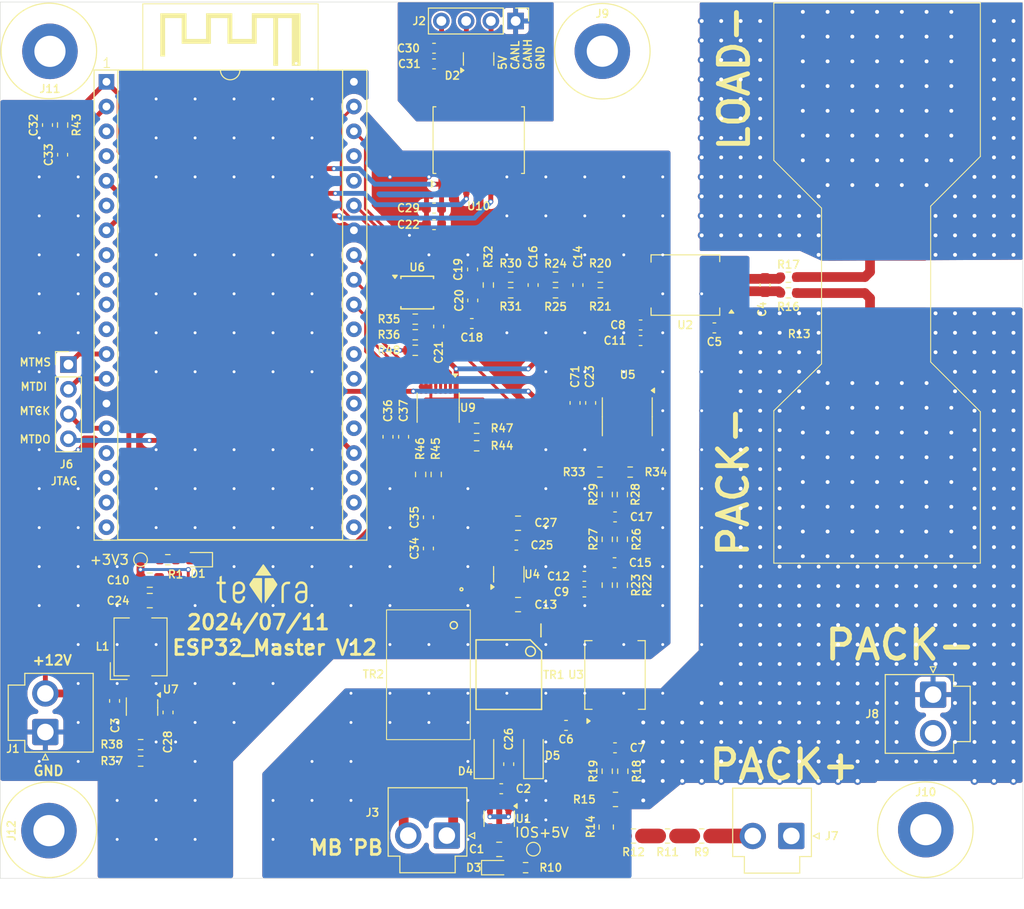
<source format=kicad_pcb>
(kicad_pcb (version 20240108) (generator "pcbnew") (generator_version "8.0")
  (layers (0 "F.Cu" signal) (31 "B.Cu" signal) (34 "B.Paste" user) (35 "F.Paste" user) (36 "B.SilkS" user "B.Silkscreen") (37 "F.SilkS" user "F.Silkscreen") (38 "B.Mask" user) (39 "F.Mask" user) (44 "Edge.Cuts" user))
  (net 0 "")
  (net 1 "+3V3")
  (net 2 "/PowerMonitor/ISO+5V")
  (net 3 "Net-(D4-K)")
  (net 4 "GND")
  (net 5 "Net-(U2-VINP)")
  (net 6 "Net-(U2-VINN)")
  (net 7 "Net-(U3-VINP)")
  (net 8 "Net-(U3-VINN)")
  (net 9 "Net-(C14-Pad1)")
  (net 10 "Net-(C14-Pad2)")
  (net 11 "Net-(C15-Pad1)")
  (net 12 "Net-(C15-Pad2)")
  (net 13 "Net-(C16-Pad1)")
  (net 14 "Net-(C16-Pad2)")
  (net 15 "Net-(C17-Pad1)")
  (net 16 "Net-(C17-Pad2)")
  (net 17 "GNDA")
  (net 18 "/PowerMonitor/Vin+")
  (net 19 "/PowerMonitor/Vin-")
  (net 20 "/PowerMonitor/BAT+")
  (net 26 "Net-(C34-Pad1)")
  (net 27 "Net-(C35-Pad2)")
  (net 28 "+5V")
  (net 29 "Net-(D3-A)")
  (net 30 "/PowerMonitor/VBAT_SENSE")
  (net 31 "/MCU/Boot")
  (net 32 "/MCU/NRST")
  (net 33 "Net-(R11-Pad1)")
  (net 34 "Net-(R11-Pad2)")
  (net 35 "Net-(R12-Pad2)")
  (net 36 "Net-(R14-Pad2)")
  (net 37 "Net-(D1-A)")
  (net 38 "Net-(U7-CB)")
  (net 39 "Net-(U2-VOUTN)")
  (net 40 "Net-(U2-VOUTP)")
  (net 41 "Net-(U3-VOUTN)")
  (net 42 "Net-(U3-VOUTP)")
  (net 43 "/MCU/MTMS")
  (net 44 "/MCU/MTDI")
  (net 45 "/MCU/MTCK")
  (net 46 "/MCU/MTDO")
  (net 47 "Net-(U9-ICMP)")
  (net 48 "/MCU/IP")
  (net 49 "/MCU/IM")
  (net 52 "Net-(U9-IBIAS)")
  (net 53 "/CAN/5V_CAN")
  (net 54 "/CAN/CAN_GND")
  (net 55 "/CAN/CANL")
  (net 56 "/MCU/MISO")
  (net 57 "/CAN/CANH")
  (net 58 "/CAN/CAN_RX")
  (net 63 "/CAN/CAN_TX")
  (net 74 "/MCU/SS")
  (net 75 "/MCU/SCK")
  (net 76 "/MCU/MOSI")
  (net 77 "/PowerMonitor/INN")
  (net 78 "/MCU/SCL")
  (net 79 "/MCU/SDA")
  (net 80 "Net-(U4-D2)")
  (net 81 "Net-(U4-D1)")
  (net 82 "Net-(U5B--)")
  (net 83 "Net-(D4-A)")
  (net 84 "Net-(D5-A)")
  (net 85 "/MA")
  (net 87 "/PA")
  (net 96 "Net-(U5B-+)")
  (net 100 "+12V")
  (net 101 "Net-(U7-SW)")
  (net 102 "Net-(U7-FB)")
  (footprint "Library:R_0603_1608Metric" (layer "F.Cu") (at 130.9 88.3 180)
    (property "Reference" "R17")
    (property "Value" "1K")
  )
  (footprint "Library:R_0603_1608Metric" (layer "F.Cu") (at 98.9 103.8)
    (property "Reference" "R47")
    (property "Value" "1.2K")
  )
  (footprint "Library:LED_0603_1608Metric" (layer "F.Cu") (at 100.885 148.9)
    (property "Reference" "D3")
    (property "Value" "LED Red")
  )
  (footprint "Library:R_0805_2012Metric" (layer "F.Cu") (at 113.15 141.9)
    (property "Reference" "R15")
    (property "Value" "1KΩ ±0.1% 250mW")
  )
  (footprint "Library:JST_VH_B2P-VH-B_1x02_P3.96mm_Vertical" (layer "F.Cu") (at 131.2 145.65 180)
    (property "Reference" "J7")
    (property "Value" "Check_Votage")
  )
  (footprint "Library:SOP-8_6.62x9.15mm_P2.54mm" (layer "F.Cu") (at 99.11 74.225 90)
    (property "Reference" "U10")
    (property "Value" "ISO1050DUBR")
  )
  (footprint "Library:R_0805_2012Metric" (layer "F.Cu") (at 112.2 144.7375 90)
    (property "Reference" "R14")
    (property "Value" "470KΩ ±0.1% 250mW")
  )
  (footprint "Library:R_PSR500HTQFB0L10_Metric_Pad5.2x8.75mm_Hole" (layer "F.Cu") (at 140 89 90)
    (property "Reference" "R13")
    (property "Value" "0.1MR  1% 15W ")
  )
  (footprint "Library:C_0603_1608Metric" (layer "F.Cu") (at 98.48 87.5 -90)
    (property "Reference" "C19")
    (property "Value" "100nF/100V")
  )
  (footprint "Library:C_0603_1608Metric" (layer "F.Cu") (at 104.695 89.1 -90)
    (property "Reference" "C16")
    (property "Value" "220pF/50V")
  )
  (footprint "Library:C_0603_1608Metric" (layer "F.Cu") (at 109.955 119 180)
    (property "Reference" "C12")
    (property "Value" "2.2uF/25V")
  )
  (footprint "Library:C_0805_2012Metric" (layer "F.Cu") (at 103.15 121.9)
    (property "Reference" "C13")
    (property "Value" "10uF/16V")
  )
  (footprint "Library:C_0603_1608Metric" (layer "F.Cu") (at 94.525 81.2 180)
    (property "Reference" "C29")
    (property "Value" "100nF/100V")
  )
  (footprint "Library:R_0603_1608Metric" (layer "F.Cu") (at 112.305 115.2 90)
    (property "Reference" "R27")
    (property "Value" "1K")
  )
  (footprint "Library:MountingHole_3.2mm_M3_ISO7380_Pad" (layer "F.Cu") (at 55 145.1 90)
    (property "Reference" "J12")
    (property "Value" "Hole /NC")
  )
  (footprint "Library:C_0603_1608Metric" (layer "F.Cu") (at 113.055 117.6 180)
    (property "Reference" "C15")
    (property "Value" "2.2nF/16V")
  )
  (footprint "Library:SOIC-8_3.9x4.9mm_P1.27mm" (layer "F.Cu") (at 114.36 102.62 -90)
    (property "Reference" "U5")
    (property "Value" "OPA2197IDR")
  )
  (footprint "Library:R_0603_1608Metric" (layer "F.Cu") (at 94.75 108.54 90)
    (property "Reference" "R45")
    (property "Value" "51R")
  )
  (footprint "Library:C_0603_1608Metric" (layer "F.Cu") (at 113.1 136.6)
    (property "Reference" "C7")
    (property "Value" "330pF/100V")
  )
  (footprint "Library:R_0603_1608Metric" (layer "F.Cu") (at 113.855 115.2 90)
    (property "Reference" "R26")
    (property "Value" "1K")
  )
  (footprint "Library:R_0603_1608Metric" (layer "F.Cu") (at 113.855 119.9 -90)
    (property "Reference" "R22")
    (property "Value" "100R")
  )
  (footprint "Library:C_0603_1608Metric" (layer "F.Cu") (at 94.525 66.4)
    (property "Reference" "C31")
    (property "Value" "100nF/100V")
  )
  (footprint "Library:C_0603_1608Metric" (layer "F.Cu") (at 56.4 75.725 90)
    (property "Reference" "C33")
    (property "Value" "100nF/100V")
  )
  (footprint "Library:C_0603_1608Metric" (layer "F.Cu") (at 102.975 115.8)
    (property "Reference" "C25")
    (property "Value" "100nF/100V")
  )
  (footprint "Library:R_0603_1608Metric" (layer "F.Cu") (at 111.595 89.9)
    (property "Reference" "R21")
    (property "Value" "100R")
  )
  (footprint "Library:C_0603_1608Metric" (layer "F.Cu") (at 128.5 89.1 90)
    (property "Reference" "C4")
    (property "Value" "330pF/100V")
  )
  (footprint "Library:C_0805_2012Metric" (layer "F.Cu") (at 103.15 113.55)
    (property "Reference" "C27")
    (property "Value" "10uF/16V")
  )
  (footprint "Library:R_0805_2012Metric" (layer "F.Cu") (at 115 145.65 180)
    (property "Reference" "R12")
    (property "Value" "470KΩ ±0.1% 250mW")
  )
  (footprint "Library:MSOP-16_3x4mm_P0.5mm" (layer "F.Cu") (at 94.95 101.69 -90)
    (property "Reference" "U9")
    (property "Value" "LTC6820")
  )
  (footprint "Library:D_SOD-123" (layer "F.Cu") (at 104.73 137.4 90)
    (property "Reference" "D5")
    (property "Value" "MBR0520")
  )
  (footprint "Library:PinHeader_1x04_P2.54mm_Vertical" (layer "F.Cu") (at 102.9 62 -90)
    (property "Reference" "J2")
    (property "Value" "CAN")
  )
  (footprint "Library:R_0603_1608Metric" (layer "F.Cu") (at 102.395 88.3)
    (property "Reference" "R30")
    (property "Value" "3.3K")
  )
  (footprint "Library:C_0603_1608Metric" (layer "F.Cu") (at 101.425 140.8 180)
    (property "Reference" "C2")
    (property "Value" "100nF/100V")
  )
  (footprint "Library:R_0603_1608Metric" (layer "F.Cu") (at 92.6 92.6 180)
    (property "Reference" "R35")
    (property "Value" "4.7K")
  )
  (footprint "Library:R_0603_1608Metric" (layer "F.Cu") (at 113.855 110.6 90)
    (property "Reference" "R28")
    (property "Value" "5.6K")
  )
  (footprint "Library:R_0603_1608Metric" (layer "F.Cu") (at 92.6 95.8 180)
    (property "Reference" "R48")
    (property "Value" "2K")
  )
  (footprint "Library:MountingHole_3.2mm_M3_ISO7380_Pad" (layer "F.Cu") (at 145 145)
    (property "Reference" "J10")
    (property "Value" "Hole /NC")
  )
  (footprint "Library:SSO-8_6.8x5.9mm_P1.27mm_Clearance8mm" (layer "F.Cu") (at 113.1 129.1 90)
    (property "Reference" "U3")
    (property "Value" "AMC1301")
  )
  (footprint "Library:PinHeader_1x04_P2.54mm_Vertical" (layer "F.Cu") (at 57 97.26)
    (property "Reference" "J6")
    (property "Value" "JTAG /NC")
  )
  (footprint "Library:C_0805_2012Metric" (layer "F.Cu") (at 65.35 121.49)
    (property "Reference" "C24")
    (property "Value" "10uF/16V")
  )
  (footprint "Library:SOT-23-5" (layer "F.Cu") (at 102.2 118.79 90)
    (property "Reference" "U4")
    (property "Value" "SN6501DBV")
  )
  (footprint "Library:R_0603_1608Metric" (layer "F.Cu") (at 106.995 89.9 180)
    (property "Reference" "R25")
    (property "Value" "1K")
  )
  (footprint "Library:JST_VH_B2P-VH-B_1x02_P3.96mm_Vertical" (layer "F.Cu") (at 95.8375 145.61 180)
    (property "Reference" "J3")
    (property "Value" "PA MA")
  )
  (footprint "Library:SOT-23-5" (layer "F.Cu") (at 101.215 143.875 -90)
    (property "Reference" "U1")
    (property "Value" "TPS76350")
  )
  (footprint "Library:R_0603_1608Metric" (layer "F.Cu") (at 112.3 139 90)
    (property "Reference" "R19")
    (property "Value" "10R")
  )
  (footprint "Library:C_0603_1608Metric" (layer "F.Cu") (at 98.4 93.05 180)
    (property "Reference" "C18")
    (property "Value" "100nF/100V")
  )
  (footprint "Library:ESP32-DevKitc V4_DIP-38_27.9mm×48.2mm" (layer "F.Cu") (at 59.63 115.23)
    (property "Reference" "U8" (hide yes))
    (property "Value" "ESP32-DevKitC V4" (hide yes))
  )
  (footprint "Library:JST_VH_B2P-VH-B_1x02_P3.96mm_Vertical" (layer "F.Cu") (at 54.63 134.98 90)
    (property "Reference" "J1")
    (property "Value" "PB MB")
  )
  (footprint "Library:C_0603_1608Metric" (layer "F.Cu") (at 113.105 112.9 180)
    (property "Reference" "C17")
    (property "Value" "220pF/50V")
  )
  (footprint "Library:C_0603_1608Metric" (layer "F.Cu") (at 54.85 72.675 90)
    (property "Reference" "C32")
    (property "Value" "100nF/100V")
  )
  (footprint "Library:R_0603_1608Metric" (layer "F.Cu") (at 56.4 72.675 -90)
    (property "Reference" "R43")
    (property "Value" "10K")
  )
  (footprint "Library:R_0603_1608Metric" (layer "F.Cu") (at 113.9 139 -90)
    (property "Reference" "R18")
    (property "Value" "1K")
  )
  (footprint "Library:TestPoint_Pad_D1.0mm" (layer "F.Cu") (at 104.725 147)
    (property "Reference" "TP1" (hide yes))
    (property "Value" "IOS+5V")
  )
  (footprint "Library:R_0603_1608Metric" (layer "F.Cu") (at 64.4125 136.27)
    (property "Reference" "R38")
    (property "Value" "22.1K")
  )
  (footprint "Library:teTra-LOGO" (layer "F.Cu") (at 77 119.8)
    (property "Reference" "LOGO1" (hide yes))
    (property "Value" "teTra /NC" (hide yes))
  )
  (footprint "Library:MountingHole_3.2mm_M3_ISO7380_Pad" (layer "F.Cu") (at 55.1025 65.1125 180)
    (property "Reference" "J11")
    (property "Value" "Hole /NC")
  )
  (footprint "Library:R_0603_1608Metric" (layer "F.Cu") (at 106.995 88.3 180)
    (property "Reference" "R24")
    (property "Value" "1K")
  )
  (footprint "Library:HM2108NL" (layer "F.Cu") (at 93.95 129.1 180)
    (property "Reference" "TR2")
    (property "Value" "HM2108NL")
  )
  (footprint "Library:WURTH-760390015" (layer "F.Cu") (at 102.2 129.1 -90)
    (property "Reference" "TR1")
    (property "Value" "Transformer")
  )
  (footprint "Library:R_0603_1608Metric" (layer "F.Cu") (at 112.305 119.9 -90)
    (property "Reference" "R23")
    (property "Value" "100R")
  )
  (footprint "Library:C_0603_1608Metric" (layer "F.Cu") (at 102.19 138.275 90)
    (property "Reference" "C26")
    (property "Value" "4.7uF/16V")
  )
  (footprint "Library:C_0603_1608Metric" (layer "F.Cu") (at 108.075 134.3 180)
    (property "Reference" "C6")
    (property "Value" "100nF/100V")
  )
  (footprint "Library:C_0805_2012Metric" (layer "F.Cu") (at 65.35 119.39)
    (property "Reference" "C10")
    (property "Value" "10uF/16V")
  )
  (footprint "Library:C_0603_1608Metric" (layer "F.Cu") (at 109.295 89.1 -90)
    (property "Reference" "C14")
    (property "Value" "2.2nF/16V")
  )
  (footprint "Library:C_0603_1608Metric" (layer "F.Cu") (at 94.525 82.9 180)
    (property "Reference" "C22")
    (property "Value" "1uF/25V")
  )
  (footprint "Library:C_0603_1608Metric" (layer "F.Cu") (at 93.95 116.14 90)
    (property "Reference" "C34")
    (property "Value" "10nF/100V")
  )
  (footprint "Library:SOT-23" (layer "F.Cu") (at 99.1 65.9 90)
    (property "Reference" "D2")
    (property "Value" "ESD24VS2U")
  )
  (footprint "Library:C_0603_1608Metric" (layer "F.Cu") (at 123.3 93.5 180)
    (property "Reference" "C5")
    (property "Value" "100nF/100V")
  )
  (footprint "Library:C_0603_1608Metric" (layer "F.Cu") (at 93.95 112.94 90)
    (property "Reference" "C35")
    (property "Value" "10nF/100V")
  )
  (footprint "Library:R_0603_1608Metric" (layer "F.Cu") (at 92.6 94.2 180)
    (property "Reference" "R36")
    (property "Value" "4.7K")
  )
  (footprint "Library:LED_0603_1608Metric" (layer "F.Cu") (at 70.3 117.29 180)
    (property "Reference" "D1")
    (property "Value" "LED Red")
  )
  (footprint "Library:R_0805_2012Metric" (layer "F.Cu") (at 118.5 145.65 180)
    (property "Reference" "R11")
    (property "Value" "470KΩ ±0.1% 250mW")
  )
  (footprint "Library:R_0603_1608Metric" (layer "F.Cu") (at 67.2 117.29 180)
    (property "Reference" "R1")
    (property "Value" "470R")
  )
  (footprint "Library:C_0805_2012Metric" (layer "F.Cu") (at 101.215 147.025 180)
    (property "Reference" "C1")
    (property "Value" "10uF/16V")
  )
  (footprint "Library:L_Bourns_SRP5030T" (layer "F.Cu") (at 64.4 126.24 90)
    (property "Reference" "L1")
    (property "Value" "3.3uH")
  )
  (footprint "Library:R_0603_1608Metric" (layer "F.Cu") (at 114.655 108.3)
    (property "Reference" "R34")
    (property "Value" "33K")
  )
  (footprint "Library:R_0603_1608Metric" (layer "F.Cu") (at 100.1 89.1 -90)
    (property "Reference" "R32")
    (property "Value" "1K")
  )
  (footprint "Library:D_SOD-123" (layer "F.Cu") (at 99.65 137.4 90)
    (property "Reference" "D4")
    (property "Value" "MBR0520")
  )
  (footprint "Library:C_0603_1608Metric" (layer "F.Cu") (at 109 101.2 -90)
    (property "Reference" "C71")
    (property "Value" "1uF/25V")
  )
  (footprint "Library:R_0603_1608Metric" (layer "F.Cu") (at 111.555 108.3 180)
    (property "Reference" "R33")
    (property "Value" "33K")
  )
  (footprint "Library:C_0603_1608Metric" (layer "F.Cu") (at 98.5 90.675 90)
    (property "Reference" "C20")
    (property "Value" "100nF/100V")
  )
  (footprint "Library:JST_VH_B2P-VH-B_1x02_P3.96mm_Vertical" (layer "F.Cu") (at 145.75 131.1425 -90)
    (property "Reference" "J8")
    (property "Value" "Check_Votage")
  )
  (footprint "Library:SSO-8_6.8x5.9mm_P1.27mm_Clearance8mm" (layer "F.Cu") (at 120.3 89.1 180)
    (property "Reference" "U2")
    (property "Value" "AMC1301 or AMC1302")
  )
  (footprint "Library:R_0603_1608Metric" (layer "F.Cu") (at 112.305 110.6 90)
    (property "Reference" "R29")
    (property "Value" "5.6K")
  )
  (footprint "Library:R_0603_1608Metric" (layer "F.Cu") (at 93.15 108.54 -90)
    (property "Reference" "R46")
    (property "Value" "51R")
  )
  (footprint "Library:C_0603_1608Metric" (layer "F.Cu") (at 67.2225 132.97 -90)
    (property "Reference" "C28")
    (property "Value" "100nF/100V")
  )
  (footprint "Library:R_0805_2012Metric" (layer "F.Cu") (at 122 145.65 180)
    (property "Reference" "R9")
    (property "Value" "470KΩ ±0.1% 250mW")
  )
  (footprint "Library:SOT-23-6_Handsoldering" (layer "F.Cu") (at 64.5525 132.37 -90)
    (property "Reference" "U7")
    (property "Value" "LMR51420XDDCR")
  )
  (footprint "Library:R_0603_1608Metric" (layer "F.Cu") (at 103.925 148.9)
    (property "Reference" "R10")
    (property "Value" "470R")
  )
  (footprint "Library:R_0603_1608Metric" (layer "F.Cu") (at 130.9 89.9 180)
    (property "Reference" "R16")
    (property "Value" "1K")
  )
  (footprint "Library:C_0603_1608Metric" (layer "F.Cu") (at 110.6 101.2 90)
    (property "Reference" "C23")
    (property "Value" "100nF/100V")
  )
  (footprint "Library:R_0603_1608Metric" (layer "F.Cu") (at 98.9 105.6 180)
    (property "Reference" "R44")
    (property "Value" "806R")
  )
  (footprint "Library:MountingHole_3.2mm_M3_ISO7380_Pad" (layer "F.Cu") (at 111.8 65.1)
    (property "Reference" "J9")
    (property "Value" "Hole /NC")
  )
  (footprint "Library:C_0603_1608Metric" (layer "F.Cu") (at 115.725 93.2)
    (property "Reference" "C8")
    (property "Value" "100nF/100V")
  )
  (footprint "Library:MSOP-10_3x3mm_P0.5mm" (layer "F.Cu") (at 92.8 89.875)
    (property "Reference" "U6")
    (property "Value" "ISL28022")
  )
  (footprint "Library:R_0603_1608Metric" (layer "F.Cu") (at 111.595 88.3)
    (property "Reference" "R20")
    (property "Value" "100R")
  )
  (footprint "Library:C_0603_1608Metric" (layer "F.Cu") (at 61.7325 131.785 -90)
    (property "Reference" "C3")
    (property "Value" "2.2uF/25V")
  )
  (footprint "Library:C_0603_1608Metric" (layer "F.Cu") (at 115.725 94.8)
    (property "Reference" "C11")
    (property "Value" "2.2uF/25V")
  )
  (footprint "Library:TestPoint_Pad_D1.0mm" (layer "F.Cu") (at 64.4 117.29 180)
    (property "Reference" "TP2" (hide yes))
    (property "Value" "+3V3")
  )
  (footprint "Library:C_0603_1608Metric" (layer "F.Cu") (at 94.525 64.8 180)
    (property "Reference" "C30")
    (property "Value" "1uF/25V")
  )
  (footprint "Library:R_0603_1608Metric" (layer "F.Cu") (at 102.395 89.9)
    (property "Reference" "R31")
    (property "Value" "3.3K")
  )
  (footprint "Library:C_0603_1608Metric" (layer "F.Cu") (at 91.4 104.675 -90)
    (property "Reference" "C37")
    (property "Value" "100nF/100V")
  )
  (footprint "Library:C_0603_1608Metric" (layer "F.Cu") (at 95 93.35 90)
    (property "Reference" "C21")
    (property "Value" "100nF/100V")
  )
  (footprint "Library:R_0603_1608Metric" (layer "F.Cu") (at 64.4125 137.97)
    (property "Reference" "R37")
    (property "Value" "100K")
  )
  (footprint "Library:C_0603_1608Metric" (layer "F.Cu") (at 89.8 104.675 90)
    (property "Reference" "C36")
    (property "Value" "1uF/25V")
  )
  (footprint "Library:C_0603_1608Metric" (layer "F.Cu") (at 109.955 120.6 180)
    (property "Reference" "C9")
    (property "Value" "100nF/100V")
  )
  (gr_circle (center 144.95 145) (end 149.85 145) (stroke (width 0.12)) (fill none) (layer "F.SilkS"))
  (gr_circle (center 54.99 65.07) (end 54.99 60.17) (stroke (width 0.12)) (fill none) (layer "F.SilkS"))
  (gr_circle (center 54.99 145.01) (end 59.89 145.01) (stroke (width 0.12)) (fill none) (layer "F.SilkS"))
  (gr_circle (center 111.8 65.1) (end 116.7 65.1) (stroke (width 0.12)) (fill none) (layer "F.SilkS"))
  (gr_rect (start 50 60.05) (end 154.95 150) (stroke (width 0.05)) (fill none) (layer "Edge.Cuts"))
  (gr_text "JTAG" (at 55.1 109.7 0) (layer "F.SilkS") (effects (font (size 0.8 0.8) (thickness 0.15) (bold yes)) (justify left bottom)))
  (gr_text "MTDI" (at 52 100 0) (layer "F.SilkS") (effects (font (size 0.8 0.8) (thickness 0.15) (bold yes)) (justify left bottom)))
  (gr_text "2024/07/11" (at 69 124.6 0) (layer "F.SilkS") (effects (font (size 1.5 1.5) (thickness 0.3) (bold yes)) (justify left bottom)))
  (gr_text "GND" (at 53.3 139.55 0) (layer "F.SilkS") (effects (font (size 1 1) (thickness 0.2) (bold yes)) (justify left bottom)))
  (gr_text "MTMS" (at 51.9 97.5 0) (layer "F.SilkS") (effects (font (size 0.8 0.8) (thickness 0.15) (bold yes)) (justify left bottom)))
  (gr_text "PACK+" (at 122.5 140.1 0) (layer "F.SilkS") (effects (font (size 3 3) (thickness 0.5) (bold yes)) (justify left bottom)))
  (gr_text "MTCK" (at 51.9 102.5 0) (layer "F.SilkS") (effects (font (size 0.8 0.8) (thickness 0.15) (bold yes)) (justify left bottom)))
  (gr_text "ESP32_Master V12" (at 67.5 127.2 0) (layer "F.SilkS") (effects (font (size 1.5 1.5) (thickness 0.3) (bold yes)) (justify left bottom)))
  (gr_text "MTDO" (at 51.9 105.4 0) (layer "F.SilkS") (effects (font (size 0.8 0.8) (thickness 0.15) (bold yes)) (justify left bottom)))
  (gr_text "+12V" (at 53.2 128.2 0) (layer "F.SilkS") (effects (font (size 1 1) (thickness 0.2) (bold yes)) (justify left bottom)))
  (gr_text "5V\nCANL\nCANH\nGND" (at 105.9 67.1 90) (layer "F.SilkS") (effects (font (size 0.8 0.8)) (justify left bottom)))
  (gr_text "LOAD-" (at 127.1 75.6 90) (layer "F.SilkS") (effects (font (size 3 3) (thickness 0.5) (bold yes)) (justify left bottom)))
  (gr_text "MB PB" (at 81.7 147.73 0) (layer "F.SilkS") (effects (font (size 1.5 1.5) (thickness 0.3) (bold yes)) (justify left bottom)))
  (gr_text "PACK-" (at 134.4 127.8 0) (layer "F.SilkS") (effects (font (size 3 3) (thickness 0.5) (bold yes)) (justify left bottom)))
  (gr_text "PACK-" (at 127 117.25 90) (layer "F.SilkS") (effects (font (size 3 3) (thickness 0.5) (bold yes)) (justify left bottom)))
  (segment (start 65.1 115.45) (end 86.577767 115.45) (width 0.5) (layer "F.Cu") (net 1))
  (segment (start 64.4 117.29) (end 64.4 116.15) (width 0.5) (layer "F.Cu") (net 1))
  (segment (start 102.19 111.49) (end 102.19 124.51) (width 0.5) (layer "F.Cu") (net 1))
  (segment (start 92.95 92.125) (end 92.95 85.25) (width 0.4) (layer "F.Cu") (net 1))
  (segment (start 57.24 71.9) (end 60.9 68.24) (width 0.5) (layer "F.Cu") (net 1))
  (segment (start 64.4 116.15) (end 65.1 115.45) (width 0.5) (layer "F.Cu") (net 1))
  (segment (start 66.375 117.29) (end 64.4 117.29) (width 0.5) (layer "F.Cu") (net 1))
  (segment (start 93.7 100.9) (end 93.1 101.5) (width 0.5) (layer "F.Cu") (net 1))
  (segment (start 111.195 122.775) (end 111.195 123.6525) (width 0.5) (layer "F.Cu") (net 1))
  (segment (start 92.95 85.25) (end 95.3 82.9) (width 0.4) (layer "F.Cu") (net 1))
  (segment (start 93.2 103.01188) (end 93.2 103.84) (width 0.3) (layer "F.Cu") (net 1))
  (segment (start 93.425 92.6) (end 92.95 92.125) (width 0.4) (layer "F.Cu") (net 1))
  (segment (start 89.8 103.9) (end 91.4 103.9) (width 0.5) (layer "F.Cu") (net 1))
  (segment (start 86.577767 115.45) (end 88.5 113.527767) (width 0.5) (layer "F.Cu") (net 1))
  (segment (start 93.04 103.9) (end 93.1 103.84) (width 0.5) (layer "F.Cu") (net 1))
  (segment (start 95.275 90.875) (end 95 90.875) (width 0.3) (layer "F.Cu") (net 1))
  (segment (start 93.1 102.8) (end 93.1 103.84) (width 0.5) (layer "F.Cu") (net 1))
  (segment (start 110.73 120.6) (end 110.73 122.31) (width 0.5) (layer "F.Cu") (net 1))
  (segment (start 93.425 95.8) (end 93.425 92.6) (width 0.4) (layer "F.Cu") (net 1))
  (segment (start 94.5 78.75) (end 95.3 78.75) (width 0.5) (layer "F.Cu") (net 1))
  (segment (start 99.5 100.9) (end 102.19 103.59) (width 0.5) (layer "F.Cu") (net 1))
  (segment (start 54.85 71.9) (end 57.24 71.9) (width 0.5) (layer "F.Cu") (net 1))
  (segment (start 88.5 105.2) (end 89.8 103.9) (width 0.5) (layer "F.Cu") (net 1))
  (segment (start 68.13 137.97) (end 69.3 136.8) (width 0.3) (layer "F.Cu") (net 1))
  (segment (start 69.3 136.8) (end 69.3 118.3) (width 0.3) (layer "F.Cu") (net 1))
  (segment (start 84.25 77.15) (end 63.95 77.15) (width 0.5) (layer "F.Cu") (net 1))
  (segment (start 96.8 100.9) (end 96.8 97.7) (width 0.5) (layer "F.Cu") (net 1))
  (segment (start 94.9 95.8) (end 93.425 95.8) (width 0.5) (layer "F.Cu") (net 1))
  (segment (start 114.9525 94.7975) (end 114.9525 91.005) (width 0.5) (layer "F.Cu") (net 1))
  (segment (start 94.45312 102.765) (end 93.44688 102.765) (width 0.3) (layer "F.Cu") (net 1))
  (segment (start 94.2 100.9) (end 99.5 100.9) (width 0.5) (layer "F.Cu") (net 1))
  (segment (start 110.73 122.31) (end 111.195 122.775) (width 0.5) (layer "F.Cu") (net 1))
  (segment (start 64.4 118.3) (end 64.4 117.29) (width 0.8) (layer "F.Cu") (net 1))
  (segment (start 110.73 114.04) (end 110.73 120.6) (width 0.5) (layer "F.Cu") (net 1))
  (segment (start 62.2 75.4) (end 62.2 69.54) (width 0.5) (layer "F.Cu") (net 1))
  (segment (start 102.19 111.49) (end 108.18 111.49) (width 0.5) (layer "F.Cu") (net 1))
  (segment (start 94.2 99.54) (end 94.2 100.9) (width 0.3) (layer "F.Cu") (net 1))
  (segment (start 65.2375 137.97) (end 68.13 137.97) (width 0.3) (layer "F.Cu") (net 1))
  (segment (start 96.8 97.7) (end 94.9 95.8) (width 0.5) (layer "F.Cu") (net 1))
  (segment (start 95.3 78.75) (end 95.3 82.9) (width 0.5) (layer "F.Cu") (net 1))
  (segment (start 93.425 92.6) (end 95 92.6) (width 0.4) (layer "F.Cu") (net 1))
  (segment (start 93.44688 102.765) (end 93.2 103.01188) (width 0.3) (layer "F.Cu") (net 1))
  (segment (start 63.95 77.15) (end 62.2 75.4) (width 0.5) (layer "F.Cu") (net 1))
  (segment (start 91.4 103.9) (end 93.04 103.9) (width 0.5) (layer "F.Cu") (net 1))
  (segment (start 104.2 97.7) (end 107.1 94.8) (width 0.5) (layer "F.Cu") (net 1))
  (segment (start 94.7 103.01188) (end 94.45312 102.765) (width 0.3) (layer "F.Cu") (net 1))
  (segment (start 93.1 101.5) (end 93.1 102.8) (width 0.5) (layer "F.Cu") (net 1))
  (segment (start 95 92.6) (end 95 90.925) (width 0.4) (layer "F.Cu") (net 1))
  (segment (start 102.19 103.59) (end 102.19 111.49) (width 0.5) (layer "F.Cu") (net 1))
  (segment (start 93.2 99.54) (end 94.1 99.54) (width 0.5) (layer "F.Cu") (net 1))
  (segment (start 114.95 94.8) (end 114.9525 94.7975) (width 0.5) (layer "F.Cu") (net 1))
  (segment (start 107.1 94.8) (end 114.95 94.8) (width 0.5) (layer "F.Cu") (net 1))
  (segment (start 62.2 69.54) (end 60.9 68.24) (width 0.5) (layer "F.Cu") (net 1))
  (segment (start 94.2 100.9) (end 93.7 100.9) (width 0.5) (layer "F.Cu") (net 1))
  (segment (start 64.4 123.99) (end 64.4 118.3) (width 0.8) (layer "F.Cu") (net 1))
  (segment (start 88.5 113.527767) (end 88.5 105.2) (width 0.5) (layer "F.Cu") (net 1))
  (segment (start 108.18 111.49) (end 110.73 114.04) (width 0.5) (layer "F.Cu") (net 1))
  (segment (start 94.7 103.84) (end 94.7 103.01188) (width 0.3) (layer "F.Cu") (net 1))
  (via (at 69.3 118.3) (size 0.5) (drill 0.3) (layers "F.Cu" "B.Cu") (net 1))
  (via (at 64.4 118.3) (size 0.5) (drill 0.3) (layers "F.Cu" "B.Cu") (net 1))
  (via (at 96.8 97.7) (size 0.5) (drill 0.3) (layers "F.Cu" "B.Cu") (net 1))
  (via (at 84.25 77.15) (size 0.5) (drill 0.3) (layers "F.Cu" "B.Cu") (net 1))
  (via (at 94.5 78.75) (size 0.5) (drill 0.3) (layers "F.Cu" "B.Cu") (net 1))
  (via (at 104.2 97.7) (size 0.5) (drill 0.3) (layers "F.Cu" "B.Cu") (net 1))
  (segment (start 88.45 78.75) (end 86.85 77.15) (width 0.5) (layer "B.Cu") (net 1))
  (segment (start 96.8 97.7) (end 104.2 97.7) (width 0.5) (layer "B.Cu") (net 1))
  (segment (start 94.5 78.75) (end 88.45 78.75) (width 0.5) (layer "B.Cu") (net 1))
  (segment (start 69.3 118.3) (end 64.4 118.3) (width 0.3) (layer "B.Cu") (net 1))
  (segment (start 86.85 77.15) (end 84.25 77.15) (width 0.5) (layer "B.Cu") (net 1))
  (segment (start 102.165 145.0125) (end 102.165 147.025) (width 0.8) (layer "F.Cu") (net 2))
  (segment (start 109.075 134.3475) (end 111.195 134.3475) (width 0.8) (layer "F.Cu") (net 2))
  (segment (start 104.725 147) (end 105.4 147) (width 0.8) (layer "F.Cu") (net 2))
  (segment (start 124 127.4) (end 124 91.7) (width 0.8) (layer "F.Cu") (net 2))
  (segment (start 112.24 132.1) (end 119.3 132.1) (width 0.8) (layer "F.Cu") (net 2))
  (segment (start 104.75 148.9) (end 104.75 147.025) (width 0.5) (layer "F.Cu") (net 2))
  (segment (start 102.165 147.025) (end 104.7 147.025) (width 0.8) (layer "F.Cu") (net 2))
  (segment (start 111.195 133.145) (end 112.24 132.1) (width 0.8) (layer "F.Cu") (net 2))
  (segment (start 109.075 143.325) (end 109.075 134.3475) (width 0.8) (layer "F.Cu") (net 2))
  (segment (start 124 91.7) (end 124.695 91.005) (width 0.8) (layer "F.Cu") (net 2))
  (segment (start 111.195 134.3475) (end 111.195 133.145) (width 0.8) (layer "F.Cu") (net 2))
  (segment (start 124.695 91.005) (end 125.6475 91.005) (width 0.8) (layer "F.Cu") (net 2))
  (segment (start 105.4 147) (end 109.075 143.325) (width 0.8) (layer "F.Cu") (net 2))
  (segment (start 119.3 132.1) (end 124 127.4) (width 0.8) (layer "F.Cu") (net 2))
  (segment (start 99.65 139.05) (end 104.73 139.05) (width 1) (layer "F.Cu") (net 3))
  (segment (start 102.165 142.7375) (end 102.165 143.665) (width 0.5) (layer "F.Cu") (net 3))
  (segment (start 100.27 143.67) (end 100.27 142.7425) (width 0.5) (layer "F.Cu") (net 3))
  (segment (start 100.27 142.7425) (end 100.265 142.7375) (width 0.5) (layer "F.Cu") (net 3))
  (segment (start 102.19 139.05) (end 102.215 139.075) (width 1) (layer "F.Cu") (net 3))
  (segment (start 102.165 143.665) (end 102.16 143.67) (width 0.5) (layer "F.Cu") (net 3))
  (segment (start 102.215 139.075) (end 102.215 142.7375) (width 1) (layer "F.Cu") (net 3))
  (via (at 102.16 143.67) (size 0.5) (drill 0.3) (layers "F.Cu" "B.Cu") (net 3))
  (via (at 100.27 143.67) (size 0.5) (drill 0.3) (layers "F.Cu" "B.Cu") (net 3))
  (segment (start 102.16 143.67) (end 100.27 143.67) (width 0.5) (layer "B.Cu") (net 3))
  (segment (start 96.25 105.6) (end 98.075 105.6) (width 0.8) (layer "F.Cu") (net 4))
  (segment (start 93.75 86.25) (end 94 86) (width 0.3) (layer "F.Cu") (net 4))
  (segment (start 95.2 103.84) (end 95.45 103.84) (width 0.3) (layer "F.Cu") (net 4))
  (segment (start 98.45 91.45) (end 98.5 91.45) (width 0.3) (layer "F.Cu") (net 4))
  (segment (start 96.5 90.9) (end 96.5 91.25) (width 0.3) (layer "F.Cu") (net 4))
  (segment (start 105.55 113.55) (end 106 114) (width 0.5) (layer "F.Cu") (net 4))
  (segment (start 94 90.375) (end 93.75 90.125) (width 0.3) (layer "F.Cu") (net 4))
  (segment (start 95.45 104.8) (end 96.25 105.6) (width 0.8) (layer "F.Cu") (net 4))
  (segment (start 93.95 115.365) (end 93.95 113.715) (width 0.5) (layer "F.Cu") (net 4))
  (segment (start 93.75 90.125) (end 93.75 86.25) (width 0.3) (layer "F.Cu") (net 4))
  (segment (start 95 90.375) (end 95.975 90.375) (width 0.3) (layer "F.Cu") (net 4))
  (segment (start 95.45 103.84) (end 95.45 104.8) (width 0.8) (layer "F.Cu") (net 4))
  (segment (start 95.45 103.84) (end 95.7 103.84) (width 0.3) (layer "F.Cu") (net 4))
  (segment (start 104.1 113.55) (end 105.55 113.55) (width 0.5) (layer "F.Cu") (net 4))
  (segment (start 95.975 90.375) (end 96.5 90.9) (width 0.3) (layer "F.Cu") (net 4))
  (segment (start 95 90.375) (end 94 90.375) (width 0.3) (layer "F.Cu") (net 4))
  (via (at 106 86) (size 0.5) (drill 0.3) (layers "F.Cu" "B.Cu") (net 4))
  (via (at 102 126) (size 0.5) (drill 0.3) (layers "F.Cu" "B.Cu") (net 4))
  (via (at 70 78) (size 0.6) (drill 0.3) (layers "F.Cu" "B.Cu") (net 4))
  (via (at 70 146) (size 0.5) (drill 0.3) (layers "F.Cu" "B.Cu") (net 4))
  (via (at 90 78) (size 0.5) (drill 0.3) (layers "F.Cu" "B.Cu") (net 4))
  (via (at 78 74) (size 0.5) (drill 0.3) (layers "F.Cu" "B.Cu") (net 4))
  (via (at 74 134) (size 0.5) (drill 0.3) (layers "F.Cu" "B.Cu") (net 4))
  (via (at 98 114) (size 0.5) (drill 0.3) (layers "F.Cu" "B.Cu") (net 4))
  (via (at 62 126) (size 0.5) (drill 0.3) (layers "F.Cu" "B.Cu") (net 4))
  (via (at 90 118) (size 0.5) (drill 0.3) (layers "F.Cu" "B.Cu") (net 4))
  (via (at 54 106) (size 0.5) (drill 0.3) (layers "F.Cu" "B.Cu") (net 4))
  (via (at 54 98) (size 0.5) (drill 0.3) (layers "F.Cu" "B.Cu") (net 4))
  (via (at 54 110) (size 0.5) (drill 0.3) (layers "F.Cu" "B.Cu") (net 4))
  (via (at 54 90) (size 0.5) (drill 0.3) (layers "F.Cu" "B.Cu") (net 4))
  (via (at 66 86) (size 0.5) (drill 0.3) (layers "F.Cu" "B.Cu") (net 4))
  (via (at 74 70) (size 0.5) (drill 0.3) (layers "F.Cu" "B.Cu") (net 4))
  (via (at 82 106) (size 0.6) (drill 0.3) (layers "F.Cu" "B.Cu") (net 4))
  (via (at 66 90) (size 0.5) (drill 0.3) (layers "F.Cu" "B.Cu") (net 4))
  (via (at 86 118) (size 0.5) (drill 0.3) (layers "F.Cu" "B.Cu") (net 4))
  (via (at 78 90) (size 0.5) (drill 0.3) (layers "F.Cu" "B.Cu") (net 4))
  (via (at 86 126) (size 0.5) (drill 0.3) (layers "F.Cu" "B.Cu") (net 4))
  (via (at 70 138) (size 0.5) (drill 0.3) (layers "F.Cu" "B.Cu") (net 4))
  (via (at 74 98) (size 0.5) (drill 0.3) (layers "F.Cu" "B.Cu") (net 4))
  (via (at 68 136) (size 0.6) (drill 0.3) (layers "F.Cu" "B.Cu") (net 4))
  (via (at 118 110) (size 0.5) (drill 0.3) (layers "F.Cu" "B.Cu") (net 4))
  (via (at 102 86) (size 0.5) (drill 0.3) (layers "F.Cu" "B.Cu") (net 4))
  (via (at 58 134) (size 0.5) (drill 0.3) (layers "F.Cu" "B.Cu") (net 4))
  (via (at 54 118) (size 0.5) (drill 0.3) (layers "F.Cu" "B.Cu") (net 4))
  (via (at 70 110) (size 0.5) (drill 0.3) (layers "F.Cu" "B.Cu") (net 4))
  (via (at 54 86) (size 0.5) (drill 0.3) (layers "F.Cu" "B.Cu") (net 4))
  (via (at 78 114) (size 0.5) (drill 0.3) (layers "F.Cu" "B.Cu") (net 4))
  (via (at 106 82) (size 0.5) (drill 0.3) (layers "F.Cu" "B.Cu") (net 4))
  (via (at 54 138) (size 0.5) (drill 0.3) (layers "F.Cu" "B.Cu") (net 4))
  (via (at 78 126) (size 0.5) (drill 0.3) (layers "F.Cu" "B.Cu") (net 4))
  (via (at 66 114) (size 0.5) (drill 0.3) (layers "F.Cu" "B.Cu") (net 4))
  (via (at 70 98) (size 0.5) (drill 0.3) (layers "F.Cu" "B.Cu") (net 4))
  (via (at 58 138) (size 0.5) (drill 0.3) (layers "F.Cu" "B.Cu") (net 4))
  (via (at 66 130) (size 0.5) (drill 0.3) (layers "F.Cu" "B.Cu") (net 4))
  (via (at 82 98) (size 0.5) (drill 0.3) (layers "F.Cu" "B.Cu") (net 4))
  (via (at 74 114) (size 0.5) (drill 0.3) (layers "F.Cu" "B.Cu") (net 4))
  (via (at 102 78) (size 0.5) (drill 0.3) (layers "F.Cu" "B.Cu") (net 4))
  (via (at 74 86) (size 0.5) (drill 0.3) (layers "F.Cu" "B.Cu") (net 4))
  (via (at 54 78) (size 0.5) (drill 0.3) (layers "F.Cu" "B.Cu") (net 4))
  (via (at 82 86) (size 0.5) (drill 0.3) (layers "F.Cu" "B.Cu") (net 4))
  (via (at 66 74) (size 0.5) (drill 0.3) (layers "F.Cu" "B.Cu") (net 4))
  (via (at 90 126) (size 0.5) (drill 0.3) (layers "F.Cu" "B.Cu") (net 4))
  (via (at 74 90) (size 0.5) (drill 0.3) (layers "F.Cu" "B.Cu") (net 4))
  (via (at 118 126) (size 0.5) (drill 0.3) (layers "F.Cu" "B.Cu") (net 4))
  (via (at 74 78) (size 0.6) (drill 0.3) (layers "F.Cu" "B.Cu") (net 4))
  (via (at 118 94) (size 0.5) (drill 0.3) (layers "F.Cu" "B.Cu") (net 4))
  (via (at 82 118) (size 0.5) (drill 0.3) (layers "F.Cu" "B.Cu") (net 4))
  (via (at 118 102) (size 0.5) (drill 0.3) (layers "F.Cu" "B.Cu") (net 4))
  (via (at 70 106) (size 0.6) (drill 0.3) (layers "F.Cu" "B.Cu") (net 4))
  (via (at 54 114) (size 0.5) (drill 0.3) (layers "F.Cu" "B.Cu") (net 4))
  (via (at 106 110) (size 0.5) (drill 0.3) (layers "F.Cu" "B.Cu") (net 4))
  (via (at 70 70) (size 0.5) (drill 0.3) (layers "F.Cu" "B.Cu") (net 4))
  (via (at 94 86) (size 0.5) (drill 0.3) (layers "F.Cu" "B.Cu") (net 4))
  (via (at 98 122) (size 0.5) (drill 0.3) (layers "F.Cu" "B.Cu") (net 4))
  (via (at 110 98) (size 0.5) (drill 0.3) (layers "F.Cu" "B.Cu") (net 4))
  (via (at 70 86) (size 0.5) (drill 0.3) (layers "F.Cu" "B.Cu") (net 4))
  (via (at 74 126) (size 0.5) (drill 0.3) (layers "F.Cu" "B.Cu") (net 4))
  (via (at 110 110) (size 0.5) (drill 0.3) (layers "F.Cu" "B.Cu") (net 4))
  (via (at 66 70) (size 0.5) (drill 0.3) (layers "F.Cu" "B.Cu") (net 4))
  (via (at 58 78) (size 0.5) (drill 0.3) (layers "F.Cu" "B.Cu") (net 4))
  (via (at 118 86) (size 0.5) (drill 0.3) (layers "F.Cu" "B.Cu") (net 4))
  (via (at 110 118) (size 0.5) (drill 0.3) (layers "F.Cu" "B.Cu") (net 4))
  (via (at 94 78) (size 0.5) (drill 0.3) (layers "F.Cu" "B.Cu") (net 4))
  (via (at 82 78) (size 0.6) (drill 0.3) (layers "F.Cu" "B.Cu") (net 4))
  (via (at 110 78) (size 0.5) (drill 0.3) (layers "F.Cu" "B.Cu") (net 4))
  (via (at 78 110) (size 0.5) (drill 0.3) (layers "F.Cu" "B.Cu") (net 4))
  (via (at 114 126) (size 0.5) (drill 0.3) (layers "F.Cu" "B.Cu") (net 4))
  (via (at 106 106) (size 0.5) (drill 0.3) (layers "F.Cu" "B.Cu") (net 4))
  (via (at 66 146) (size 0.5) (drill 0.3) (layers "F.Cu" "B.Cu") (net 4))
  (via (at 118 78) (size 0.5) (drill 0.3) (layers "F.Cu" "B.Cu") (net 4))
  (via (at 62 146) (size 0.5) (drill 0.3) (layers "F.Cu" "B.Cu") (net 4))
  (via (at 66 78) (size 0.6) (drill 0.3) (layers "F.Cu" "B.Cu") (net 4))
  (via (at 106 122) (size 0.5) (drill 0.3) (layers "F.Cu" "B.Cu") (net 4))
  (via (at 62 142) (size 0.5) (drill 0.3) (layers "F.Cu" "B.Cu") (net 4))
  (via (at 58 114) (size 0.5) (drill 0.3) (layers "F.Cu" "B.Cu") (net 4))
  (via (at 82 74) (size 0.5) (drill 0.3) (layers "F.Cu" "B.Cu") (net 4))
  (via (at 106 98) (size 0.5) (drill 0.3) (layers "F.Cu" "B.Cu") (net 4))
  (via (at 70 134) (size 0.5) (drill 0.3) (layers "F.Cu" "B.Cu") (net 4))
  (via (at 98 126) (size 0.5) (drill 0.3) (layers "F.Cu" "B.Cu") (net 4))
  (via (at 90 122) (size 0.5) (drill 0.3) (layers "F.Cu" "B.Cu") (net 4))
  (via (at 54 82) (size 0.5) (drill 0.3) (layers "F.Cu" "B.Cu") (net 4))
  (via (at 78 130) (size 0.5) (drill 0.3) (layers "F.Cu" "B.Cu") (net 4))
  (via (at 94 126) (size 0.5) (drill 0.3) (layers "F.Cu" "B.Cu") (net 4))
  (via (at 62 138) (size 0.5) (drill 0.3) (layers "F.Cu" "B.Cu") (net 4))
  (via (at 58 122) (size 0.5) (drill 0.3) (layers "F.Cu" "B.Cu") (net 4))
  (via (at 74 94) (size 0.5) (drill 0.3) (layers "F.Cu" "B.Cu") (net 4))
  (via (at 106 114) (size 0.5) (drill 0.3) (layers "F.Cu" "B.Cu") (net 4))
  (via (at 118 90) (size 0.5) (drill 0.3) (layers "F.Cu" "B.Cu") (net 4))
  (via (at 106 118) (size 0.5) (drill 0.3) (layers "F.Cu" "B.Cu") (net 4))
  (via (at 70 126) (size 0.5) (drill 0.3) (layers "F.Cu" "B.Cu") (net 4))
  (via (at 70 74) (size 0.5) (drill 0.3) (layers "F.Cu" "B.Cu") (net 4))
  (via (at 82 110) (size 0.5) (drill 0.3) (layers "F.Cu" "B.Cu") (net 4))
  (via (at 58 86) (size 0.5) (drill 0.3) (layers "F.Cu" "B.Cu") (net 4))
  (via (at 78 70) (size 0.5) (drill 0.3) (layers "F.Cu" "B.Cu") (net 4))
  (via (at 74 74) (size 0.5) (drill 0.3) (layers "F.Cu" "B.Cu") (net 4))
  (via (at 118 82) (size 0.5) (drill 0.3) (layers "F.Cu" "B.Cu") (net 4))
  (via (at 70 130) (size 0.5) (drill 0.3) (layers "F.Cu" "B.Cu") (net 4))
  (via (at 82 90) (size 0.5) (drill 0.3) (layers "F.Cu" "B.Cu") (net 4))
  (via (at 78 78) (size 0.6) (drill 0.3) (layers "F.Cu" "B.Cu") (net 4))
  (via (at 92 84) (size 0.6) (drill 0.3) (layers "F.Cu" "B.Cu") (net 4))
  (via (at 98 118) (size 0.5) (drill 0.3) (layers "F.Cu" "B.Cu") (net 4))
  (via (at 82 122) (size 0.5) (drill 0.3) (layers "F.Cu" "B.Cu") (net 4))
  (via (at 58 110) (size 0.5) (drill 0.3) (layers "F.Cu" "B.Cu") (net 4))
  (via (at 70 122) (size 0.5) (drill 0.3) (layers "F.Cu" "B.Cu") (net 4))
  (via (at 82 114) (size 0.5) (drill 0.3) (layers "F.Cu" "B.Cu") (net 4))
  (via (at 102 94) (size 0.5) (drill 0.3) (layers "F.Cu" "B.Cu") (net 4))
  (via (at 78 106) (size 0.6) (drill 0.3) (layers "F.Cu" "B.Cu") (net 4))
  (via (at 58 126) (size 0.5) (drill 0.3) (layers "F.Cu" "B.Cu") (net 4))
  (via (at 74 110) (size 0.5) (drill 0.3) (layers "F.Cu" "B.Cu") (net 4))
  (via (at 118 106) (size 0.5) (drill 0.3) (layers "F.Cu" "B.Cu") (net 4))
  (via (at 118 118) (size 0.5) (drill 0.3) (layers "F.Cu" "B.Cu") (net 4))
  (via (at 66 142) (size 0.5) (drill 0.3) (layers "F.Cu" "B.Cu") (net 4))
  (via (at 70 142) (size 0.5) (drill 0.3) (layers "F.Cu" "B.Cu") (net 4))
  (via (at 74 118) (size 0.5) (drill 0.3) (layers "F.Cu" "B.Cu") (net 4))
  (via (at 110 122) (size 0.5) (drill 0.3) (layers "F.Cu" "B.Cu") (net 4))
  (via (at 118 114) (size 0.5) (drill 0.3) (layers "F.Cu" "B.Cu") (net 4))
  (via (at 66 94) (size 0.5) (drill 0.3) (layers "F.Cu" "B.Cu") (net 4))
  (via (at 102 82) (size 0.5) (drill 0.3) (layers "F.Cu" "B.Cu") (net 4))
  (via (at 74 130) (size 0.5) (drill 0.3) (layers "F.Cu" "B.Cu") (net 4))
  (via (at 118 122) (size 0.5) (drill 0.3) (layers "F.Cu" "B.Cu") (net 4))
  (via (at 66 136) (size 0.6) (drill 0.3) (layers "F.Cu" "B.Cu") (net 4))
  (via (at 74 106) (size 0.6) (drill 0.3) (layers "F.Cu" "B.Cu") (net 4))
  (via (at 82 70) (size 0.5) (drill 0.3) (layers "F.Cu" "B.Cu") (net 4))
  (via (at 66 126) (size 0.5) (drill 0.3) (layers "F.Cu" "B.Cu") (net 4))
  (via (at 58 130) (size 0.5) (drill 0.3) (layers "F.Cu" "B.Cu") (net 4))
  (via (at 66 106) (size 0.6) (drill 0.3) (layers "F.Cu" "B.Cu") (net 4))
  (via (at 66 98) (size 0.5) (drill 0.3) (layers "F.Cu" "B.Cu") (net 4))
  (via (at 98 110) (size 0.5) (drill 0.3) (layers "F.Cu" "B.Cu") (net 4))
  (via (at 62 130) (size 0.5) (drill 0.3) (layers "F.Cu" "B.Cu") (net 4))
  (via (at 114 94) (size 0.5) (drill 0.3) (layers "F.Cu" "B.Cu") (net 4))
  (via (at 90 110) (size 0.5) (drill 0.3) (layers "F.Cu" "B.Cu") (net 4))
  (via (at 70 114) (size 0.5) (drill 0.3) (layers "F.Cu" "B.Cu") (net 4))
  (via (at 106 94) (size 0.5) (drill 0.3) (layers "F.Cu" "B.Cu") (net 4))
  (via (at 110 106) (size 0.5) (drill 0.3) (layers "F.Cu" "B.Cu") (net 4))
  (via (at 70 90) (size 0.5) (drill 0.3) (layers "F.Cu" "B.Cu") (net 4))
  (via (at 78 86) (size 0.5) (drill 0.3) (layers "F.Cu" "B.Cu") (net 4))
  (via (at 114 98) (size 0.5) (drill 0.3) (layers "F.Cu" "B.Cu") (net 4))
  (via (at 58 118) (size 0.5) (drill 0.3) (layers "F.Cu" "B.Cu") (net 4))
  (via (at 62 118) (size 0.5) (drill 0.3) (layers "F.Cu" "B.Cu") (net 4))
  (via (at 114 86) (size 0.5) (drill 0.3) (layers "F.Cu" "B.Cu") (net 4))
  (via (at 110 126) (size 0.5) (drill 0.3) (layers "F.Cu" "B.Cu") (net 4))
  (via (at 66 110) (size 0.5) (drill 0.3) (layers "F.Cu" "B.Cu") (net 4))
  (via (at 78 94) (size 0.5) (drill 0.3) (layers "F.Cu" "B.Cu") (net 4))
  (via (at 78 118) (size 0.5) (drill 0.3) (layers "F.Cu" "B.Cu") (net 4))
  (via (at 82 126) (size 0.5) (drill 0.3) (layers "F.Cu" "B.Cu") (net 4))
  (via (at 78 98) (size 0.5) (drill 0.3) (layers "F.Cu" "B.Cu") (net 4))
  (via (at 70 94) (size 0.5) (drill 0.3) (layers "F.Cu" "B.Cu") (net 4))
  (via (at 110 82) (size 0.5) (drill 0.3) (layers "F.Cu" "B.Cu") (net 4))
  (via (at 106 126) (size 0.5) (drill 0.3) (layers "F.Cu" "B.Cu") (net 4))
  (via (at 54 94) (size 0.5) (drill 0.3) (layers "F.Cu" "B.Cu") (net 4))
  (via (at 78 122) (size 0.5) (drill 0.3) (layers "F.Cu" "B.Cu") (net 4))
  (via (at 54 102) (size 0.5) (drill 0.3) (layers "F.Cu" "B.Cu") (net 4))
  (via (at 86 122) (size 0.5) (drill 0.3) (layers "F.Cu" "B.Cu") (net 4))
  (via (at 114 82) (size 0.5) (drill 0.3) (layers "F.Cu" "B.Cu") (net 4))
  (via (at 114 78) (size 0.5) (drill 0.3) (layers "F.Cu" "B.Cu") (net 4))
  (via (at 106 78) (size 0.5) (drill 0.3) (layers "F.Cu" "B.Cu") (net 4))
  (via (at 110 94) (size 0.5) (drill 0.3) (layers "F.Cu" "B.Cu") (net 4))
  (via (at 54 122) (size 0.5) (drill 0.3) (layers "F.Cu" "B.Cu") (net 4))
  (via (at 118 98) (size 0.5) (drill 0.3) (layers "F.Cu" "B.Cu") (net 4))
  (via (at 58 94) (size 0.5) (drill 0.3) (layers "F.Cu" "B.Cu") (net 4))
  (via (at 90 114) (size 0.5) (drill 0.3) (layers "F.Cu" "B.Cu") (net 4))
  (via (at 58 82) (size 0.5) (drill 0.3) (layers "F.Cu" "B.Cu") (net 4))
  (via (at 62 122) (size 0.5) (drill 0.3) (layers "F.Cu" "B.Cu") (net 4))
  (via (at 82 94) (size 0.5) (drill 0.3) (layers "F.Cu" "B.Cu") (net 4))
  (via (at 62 134) (size 0.5) (drill 0.3) (layers "F.Cu" "B.Cu") (net 4))
  (via (at 58 90) (size 0.5) (drill 0.3) (layers "F.Cu" "B.Cu") (net 4))
  (via (at 98 86) (size 0.5) (drill 0.3) (layers "F.Cu" "B.Cu") (net 4))
  (via (at 110 86) (size 0.5) (drill 0.3) (layers "F.Cu" "B.Cu") (net 4))
  (via (at 54 74) (size 0.5) (drill 0.3) (layers "F.Cu" "B.Cu") (net 4))
  (via (at 58 106) (size 0.5) (drill 0.3) (layers "F.Cu" "B.Cu") (net 4))
  (segment (start 125.6475 89.735) (end 129.91 89.735) (width 1) (layer "F.Cu") (net 5))
  (segment (start 129.91 89.735) (end 130.075 89.9) (width 1) (layer "F.Cu") (net 5))
  (segment (start 129.91 88.465) (end 130.075 88.3) (width 1) (layer "F.Cu") (net 6))
  (segment (start 125.6475 88.465) (end 129.91 88.465) (width 1) (layer "F.Cu") (net 6))
  (segment (start 112.465 134.3475) (end 112.465 138.015) (width 1) (layer "F.Cu") (net 7))
  (segment (start 113.735 134.3475) (end 113.735 138.01) (width 1) (layer "F.Cu") (net 8))
  (segment (start 113.735 138.01) (end 113.9 138.175) (width 1) (layer "F.Cu") (net 8))
  (segment (start 107.82 88.3) (end 110.77 88.3) (width 0.3) (layer "F.Cu") (net 9))
  (segment (start 107.82 89.9) (end 110.77 89.9) (width 0.3) (layer "F.Cu") (net 10))
  (segment (start 113.855 119.075) (end 113.855 116.025) (width 0.6) (layer "F.Cu") (net 11))
  (segment (start 112.305 119.075) (end 112.305 116.025) (width 0.6) (layer "F.Cu") (net 12))
  (segment (start 103.22 88.3) (end 106.17 88.3) (width 0.3) (layer "F.Cu") (net 13))
  (segment (start 103.22 89.9) (end 106.17 89.9) (width 0.3) (layer "F.Cu") (net 14))
  (segment (start 113.855 114.375) (end 113.855 111.425) (width 0.6) (layer "F.Cu") (net 15))
  (segment (start 112.305 114.375) (end 112.305 111.425) (width 0.6) (layer "F.Cu") (net 16))
  (segment (start 101.215 146.075) (end 101.215 141.365) (width 0.6) (layer "F.Cu") (net 17))
  (segment (start 102.19 133.65) (end 102.19 137.525) (width 1) (layer "F.Cu") (net 17))
  (segment (start 139.275 90.45) (end 139.275 94.4) (width 1) (layer "F.Cu") (net 17))
  (segment (start 100.0975 148.9) (end 100.0975 147.1925) (width 0.5) (layer "F.Cu") (net 17))
  (segment (start 114.0625 141.9) (end 114.0625 139.8875) (width 1.5) (layer "F.Cu") (net 17))
  (segment (start 138.75 89.925) (end 139.275 90.45) (width 1) (layer "F.Cu") (net 17))
  (segment (start 131.75 89.925) (end 138.75 89.925) (width 1) (layer "F.Cu") (net 17))
  (segment (start 101.215 141.365) (end 100.65 140.8) (width 0.6) (layer "F.Cu") (net 17))
  (segment (start 101.215 146.075) (end 100.265 147.025) (width 0.6) (layer "F.Cu") (net 17))
  (segment (start 100.0975 147.1925) (end 100.265 147.025) (width 0.5) (layer "F.Cu") (net 17))
  (via (at 134 94) (size 0.8) (drill 0.4) (layers "F.Cu" "B.Cu") (net 17))
  (via (at 148 98) (size 0.8) (drill 0.4) (layers "F.Cu" "B.Cu") (net 17))
  (via (at 120 140) (size 0.8) (drill 0.4) (layers "F.Cu" "B.Cu") (net 17))
  (via (at 128 122) (size 0.8) (drill 0.4) (layers "F.Cu" "B.Cu") (net 17))
  (via (at 154 94) (size 0.8) (drill 0.4) (layers "F.Cu" "B.Cu") (net 17))
  (via (at 148 122) (size 0.8) (drill 0.4) (layers "F.Cu" "B.Cu") (net 17))
  (via (at 148 94) (size 0.8) (drill 0.4) (layers "F.Cu" "B.Cu") (net 17))
  (via (at 140 136) (size 0.8) (drill 0.4) (layers "F.Cu" "B.Cu") (net 17))
  (via (at 136 130) (size 0.8) (drill 0.4) (layers "F.Cu" "B.Cu") (net 17))
  (via (at 144 126) (size 0.8) (drill 0.4) (layers "F.Cu" "B.Cu") (net 17))
  (via (at 148 96) (size 0.8) (drill 0.4) (layers "F.Cu" "B.Cu") (net 17))
  (via (at 132 128) (size 0.8) (drill 0.4) (layers "F.Cu" "B.Cu") (net 17))
  (via (at 122 98) (size 0.5) (drill 0.3) (layers "F.Cu" "B.Cu") (net 17))
  (via (at 130 106) (size 0.8) (drill 0.4) (layers "F.Cu" "B.Cu") (net 17))
  (via (at 148 136) (size 0.8) (drill 0.4) (layers "F.Cu" "B.Cu") (net 17))
  (via (at 134 96) (size 0.8) (drill 0.4) (layers "F.Cu" "B.Cu") (net 17))
  (via (at 106 144) (size 0.5) (drill 0.3) (layers "F.Cu" "B.Cu") (net 17))
  (via (at 94 134) (size 0.5) (drill 0.3) (layers "F.Cu" "B.Cu") (net 17))
  (via (at 142 122) (size 0.8) (drill 0.4) (layers "F.Cu" "B.Cu") (net 17))
  (via (at 98 134) (size 0.5) (drill 0.3) (layers "F.Cu" "B.Cu") (net 17))
  (via (at 138 130) (size 0.8) (drill 0.4) (layers "F.Cu" "B.Cu") (net 17))
  (via (at 128 136) (size 0.8) (drill 0.4) (layers "F.Cu" "B.Cu") (net 17))
  (via (at 146 118) (size 0.8) (drill 0.4) (layers "F.Cu" "B.Cu") (net 17))
  (via (at 128 110) (size 0.8) (drill 0.4) (layers "F.Cu" "B.Cu") (net 17))
  (via (at 128 126) (size 0.8) (drill 0.4) (layers "F.Cu" "B.Cu") (net 17))
  (via (at 132 134) (size 0.8) (drill 0.4) (layers "F.Cu" "B.Cu") (net 17))
  (via (at 136 124) (size 0.8) (drill 0.4) (layers "F.Cu" "B.Cu") (net 17))
  (via (at 130 132) (size 0.8) (drill 0.4) (layers "F.Cu" "B.Cu") (net 17))
  (via (at 152 118) (size 0.8) (drill 0.4) (layers "F.Cu" "B.Cu") (net 17))
  (via (at 152 98) (size 0.8) (drill 0.4) (layers "F.Cu" "B.Cu") (net 17))
  (via (at 154 106) (size 0.8) (drill 0.4) (layers "F.Cu" "B.Cu") (net 17))
  (via (at 126 112) (size 0.8) (drill 0.4) (layers "F.Cu" "B.Cu") (net 17))
  (via (at 150 96) (size 0.8) (drill 0.4) (layers "F.Cu" "B.Cu") (net 17))
  (via (at 152 104) (size 0.8) (drill 0.4) (layers "F.Cu" "B.Cu") (net 17))
  (via (at 146 124) (size 0.8) (drill 0.4) (layers "F.Cu" "B.Cu") (net 17))
  (via (at 150 140) (size 0.8) (drill 0.4) (layers "F.Cu" "B.Cu") (net 17))
  (via (at 152 128) (size 0.8) (drill 0.4) (layers "F.Cu" "B.Cu") (net 17))
  (via (at 138 140) (size 0.8) (drill 0.4) (layers "F.Cu" "B.Cu") (net 17))
  (via (at 154 136) (size 0.8) (drill 0.4) (layers "F.Cu" "B.Cu") (net 17))
  (via (at 134 136) (size 0.8) (drill 0.4) (layers "F.Cu" "B.Cu") (net 17))
  (via (at 134 132) (size 0.8) (drill 0.4) (layers "F.Cu" "B.Cu") (net 17))
  (via (at 86 131) (size 0.5) (drill 0.3) (layers "F.Cu" "B.Cu") (net 17))
  (via (at 126 104) (size 0.8) (drill 0.4) (layers "F.Cu" "B.Cu") (net 17))
  (via (at 150 130) (size 0.8) (drill 0.4) (layers "F.Cu" "B.Cu") (net 17))
  (via (at 136 128) (size 0.8) (drill 0.4) (layers "F.Cu" "B.Cu") (net 17))
  (via (at 82 146) (size 0.5) (drill 0.3) (layers "F.Cu" "B.Cu") (net 17))
  (via (at 122 134) (size 0.8) (drill 0.4) (layers "F.Cu" "B.Cu") (net 17))
  (via (at 150 102) (size 0.8) (drill 0.4) (layers "F.Cu" "B.Cu") (net 17))
  (via (at 124 140) (size 0.8) (drill 0.4) (layers "F.Cu" "B.Cu") (net 17))
  (via (at 106 142) (size 0.5) (drill 0.3) (layers "F.Cu" "B.Cu") (net 17))
  (via (at 148 126) (size 0.8) (drill 0.4) (layers "F.Cu" "B.Cu") (net 17))
  (via (at 128 124) (size 0.8) (drill 0.4) (layers "F.Cu" "B.Cu") (net 17))
  (via (at 150 108) (size 0.8) (drill 0.4) (layers "F.Cu" "B.Cu") (net 17))
  (via (at 140 118) (size 0.8) (drill 0.4) (layers "F.Cu" "B.Cu") (net 17))
  (via (at 150 122) (size 0.8) (drill 0.4) (layers "F.Cu" "B.Cu") (net 17))
  (via (at 116 138) (size 0.8) (drill 0.4) (layers "F.Cu" "B.Cu") (net 17))
  (via (at 106 131) (size 0.5) (drill 0.3) (layers "F.Cu" "B.Cu") (net 17))
  (via (at 150 100) (size 0.8) (drill 0.4) (layers "F.Cu" "B.Cu") (net 17))
  (via (at 144 120) (size 0.8) (drill 0.4) (layers "F.Cu" "B.Cu") (net 17))
  (via (at 82 138) (size 0.5) (drill 0.3) (layers "F.Cu" "B.Cu") (net 17))
  (via (at 132 100) (size 0.8) (drill 0.4) (layers "F.Cu" "B.Cu") (net 17))
  (via (at 130 118) (size 0.8) (drill 0.4) (layers "F.Cu" "B.Cu") (net 17))
  (via (at 138 126) (size 0.8) (drill 0.4) (layers "F.Cu" "B.Cu") (net 17))
  (via (at 130 140) (size 0.8) (drill 0.4) (layers "F.Cu" "B.Cu") (net 17))
  (via (at 138 128) (size 0.8) (drill 0.4) (layers "F.Cu" "B.Cu") (net 17))
  (via (at 128 118) (size 0.8) (drill 0.4) (layers "F.Cu" "B.Cu") (net 17))
  (via (at 120 138) (size 0.8) (drill 0.4) (layers "F.Cu" "B.Cu") (net 17))
  (via (at 132 136) (size 0.8) (drill 0.4) (layers "F.Cu" "B.Cu") (net 17))
  (via (at 122 138) (size 0.8) (drill 0.4) (layers "F.Cu" "B.Cu") (net 17))
  (via (at 126 134) (size 0.8) (drill 0.4) (layers "F.Cu" "B.Cu") (net 17))
  (via (at 142 132) (size 0.8) (drill 0.4) (layers "F.Cu" "B.Cu") (net 17))
  (via (at 86 138) (size 0.5) (drill 0.3) (layers "F.Cu" "B.Cu") (net 17))
  (via (at 128 130) (size 0.8) (drill 0.4) (layers "F.Cu" "B.Cu") (net 17))
  (via (at 136 132) (size 0.8) (drill 0.4) (layers "F.Cu" "B.Cu") (net 17))
  (via (at 152 108) (size 0.8) (drill 0.4) (layers "F.Cu" "B.Cu") (net 17))
  (via (at 126 118) (size 0.8) (drill 0.4) (layers "F.Cu" "B.Cu") (net 17))
  (via (at 136 118) (size 0.8) (drill 0.4) (layers "F.Cu" "B.Cu") (net 17))
  (via (at 104 142) (size 0.5) (drill 0.3) (layers "F.Cu" "B.Cu") (net 17))
  (via (at 148 130) (size 0.8) (drill 0.4) (layers "F.Cu" "B.Cu") (net 17))
  (via (at 140 124) (size 0.8) (drill 0.4) (layers "F.Cu" "B.Cu") (net 17))
  (via (at 140 130) (size 0.8) (drill 0.4) (layers "F.Cu" "B.Cu") (net 17))
  (via (at 154 112) (size 0.8) (drill 0.4) (layers "F.Cu" "B.Cu") (net 17))
  (via (at 132 124) (size 0.8) (drill 0.4) (layers "F.Cu" "B.Cu") (net 17))
  (via (at 124 132) (size 0.8) (drill 0.4) (layers "F.Cu" "B.Cu") (net 17))
  (via (at 152 132) (size 0.8) (drill 0.4) (layers "F.Cu" "B.Cu") (net 17))
  (via (at 98 138) (size 0.5) (drill 0.3) (layers "F.Cu" "B.Cu") (net 17))
  (via (at 126 132) (size 0.8) (drill 0.4) (layers "F.Cu" "B.Cu") (net 17))
  (via (at 128 108) (size 0.8) (drill 0.4) (layers "F.Cu" "B.Cu") (net 17))
  (via (at 152 126) (size 0.8) (drill 0.4) (layers "F.Cu" "B.Cu") (net 17))
  (via (at 154 114) (size 0.8) (drill 0.4) (layers "F.Cu" "B.Cu") (net 17))
  (via (at 150 94) (size 0.8) (drill 0.4) (layers "F.Cu" "B.Cu") (net 17))
  (via (at 122 132) (size 0.8) (drill 0.4) (layers "F.Cu" "B.Cu") (net 17))
  (via (at 114 131) (size 0.5) (drill 0.3) (layers "F.Cu" "B.Cu") (net 17))
  (via (at 134 120) (size 0.8) (drill 0.4) (layers "F.Cu" "B.Cu") (net 17))
  (via (at 154 120) (size 0.8) (drill 0.4) (layers "F.Cu" "B.Cu") (net 17))
  (via (at 148 128) (size 0.8) (drill 0.4) (layers "F.Cu" "B.Cu") (net 17))
  (via (at 150 118) (size 0.8) (drill 0.4) (layers "F.Cu" "B.Cu") (net 17))
  (via (at 130 122) (size 0.8) (drill 0.4) (layers "F.Cu" "B.Cu") (net 17))
  (via (at 130 92) (size 0.8) (drill 0.4) (layers "F.Cu" "B.Cu") (net 17))
  (via (at 98 146) (size 0.5) (drill 0.3) (layers "F.Cu" "B.Cu") (net 17))
  (via (at 128 112) (size 0.8) (drill 0.4) (layers "F.Cu" "B.Cu") (net 17))
  (via (at 150 132) (size 0.8) (drill 0.4) (layers "F.Cu" "B.Cu") (net 17))
  (via (at 140 122) (size 0.8) (drill 0.4) (layers "F.Cu" "B.Cu") (net 17))
  (via (at 106 136) (size 0.5) (drill 0.3) (layers "F.Cu" "B.Cu") (net 17))
  (via (at 142 136) (size 0.8) (drill 0.4) (layers "F.Cu" "B.Cu") (net 17))
  (via (at 154 138) (size 0.8) (drill 0.4) (layers "F.Cu" "B.Cu") (net 17))
  (via (at 140 134) (size 0.8) (drill 0.4) (layers "F.Cu" "B.Cu") (net 17))
  (via (at 78 142) (size 0.5) (drill 0.3) (layers "F.Cu" "B.Cu") (net 17))
  (via (at 152 100) (size 0.8) (drill 0.4) (layers "F.Cu" "B.Cu") (net 17))
  (via (at 138 136) (size 0.8) (drill 0.4) (layers "F.Cu" "B.Cu") (net 17))
  (via (at 152 130) (size 0.8) (drill 0.4) (layers "F.Cu" "B.Cu") (net 17))
  (via (at 150 114) (size 0.8) (drill 0.4) (layers "F.Cu" "B.Cu") (net 17))
  (via (at 130 130) (size 0.8) (drill 0.4) (layers "F.Cu" "B.Cu") (net 17))
  (via (at 152 138) (size 0.8) (drill 0.4) (layers "F.Cu" "B.Cu") (net 17))
  (via (at 128 96) (size 0.8) (drill 0.4) (layers "F.Cu" "B.Cu") (net 17))
  (via (at 134 124) (size 0.8) (drill 0.4) (layers "F.Cu" "B.Cu") (net 17))
  (via (at 154 122) (size 0.8) (drill 0.4) (layers "F.Cu" "B.Cu") (net 17))
  (via (at 126 126) (size 0.8) (drill 0.4) (layers "F.Cu" "B.Cu") (net 17))
  (via (at 152 96) (size 0.8) (drill 0.4) (layers "F.Cu" "B.Cu") (net 17))
  (via (at 142 118) (size 0.8) (drill 0.4) (layers "F.Cu" "B.Cu") (net 17))
  (via (at 126 140) (size 0.8) (drill 0.4) (layers "F.Cu" "B.Cu") (net 17))
  (via (at 126 122) (size 0.8) (drill 0.4) (layers "F.Cu" "B.Cu") (net 17))
  (via (at 144 138) (size 0.8) (drill 0.4) (layers "F.Cu" "B.Cu") (net 17))
  (via (at 154 100) (size 0.8) (drill 0.4) (layers "F.Cu" "B.Cu") (net 17))
  (via (at 132 118) (size 0.8) (drill 0.4) (layers "F.Cu" "B.Cu") (net 17))
  (via (at 148 134) (size 0.8) (drill 0.4) (layers "F.Cu" "B.Cu") (net 17))
  (via (at 132 94) (size 0.8) (drill 0.4) (layers "F.Cu" "B.Cu") (net 17))
  (via (at 150 112) (size 0.8) (drill 0.4) (layers "F.Cu" "B.Cu") (net 17))
  (via (at 140 132) (size 0.8) (drill 0.4) (layers "F.Cu" "B.Cu") (net 17))
  (via (at 128 104) (size 0.8) (drill 0.4) (layers "F.Cu" "B.Cu") (net 17))
  (via (at 122 126) (size 0.5) (drill 0.3) (layers "F.Cu" "B.Cu") (net 17))
  (via (at 140 126) (size 0.8) (drill 0.4) (layers "F.Cu" "B.Cu") (net 17))
  (via (at 124 136) (size 0.8) (drill 0.4) (layers "F.Cu" "B.Cu") (net 17))
  (via (at 142 134) (size 0.8) (drill 0.4) (layers "F.Cu" "B.Cu") (net 17))
  (via (at 130 120) (size 0.8) (drill 0.4) (layers "F.Cu" "B.Cu") (net 17))
  (via (at 122 118) (size 0.5) (drill 0.3) (layers "F.Cu" "B.Cu") (net 17))
  (via (at 138 118) (size 0.8) (drill 0.4) (layers "F.Cu" "B.Cu") (net 17))
  (via (at 150 92) (size 0.8) (drill 0.4) (layers "F.Cu" "B.Cu") (net 17))
  (via (at 126 138) (size 0.8) (drill 0.4) (layers "F.Cu" "B.Cu") (net 17))
  (via (at 126 136) (size 0.8) (drill 0.4) (layers "F.Cu" "B.Cu") (net 17))
  (via (at 136 122) (size 0.8) (drill 0.4) (layers "F.Cu" "B.Cu") (net 17))
  (via (at 154 132) (size 0.8) (drill 0.4) (layers "F.Cu" "B.Cu") (net 17))
  (via (at 126 120) (size 0.8) (drill 0.4) (layers "F.Cu" "B.Cu") (net 17))
  (via (at 142 138) (size 0.8) (drill 0.4) (layers "F.Cu" "B.Cu") (net 17))
  (via (at 152 92) (size 0.8) (drill 0.4) (layers "F.Cu" "B.Cu") (net 17))
  (via (at 150 110) (size 0.8) (drill 0.4) (layers "F.Cu" "B.Cu") (net 17))
  (via (at 132 132) (size 0.8) (drill 0.4) (layers "F.Cu" "B.Cu") (net 17))
  (via (at 134 140) (size 0.8) (drill 0.4) (layers "F.Cu" "B.Cu") (net 17))
  (via (at 86 134) (size 0.5) (drill 0.3) (layers "F.Cu" "B.Cu") (net 17))
  (via (at 134 122) (size 0.8) (drill 0.4) (layers "F.Cu" "B.Cu") (net 17))
  (via (at 152 102) (size 0.8) (drill 0.4) (layers "F.Cu" "B.Cu") (net 17))
  (via (at 128 132) (size 0.8) (drill 0.4) (layers "F.Cu" "B.Cu") (net 17))
  (via (at 132 138) (size 0.8) (drill 0.4) (layers "F.Cu" "B.Cu") (net 17))
  (via (at 144 118) (size 0.8) (drill 0.4) (layers "F.Cu" "B.Cu") (net 17))
  (via (at 122 110) (size 0.5) (drill 0.3) (layers "F.Cu" "B.Cu") (net 17))
  (via (at 126 124) (size 0.8) (drill 0.4) (layers "F.Cu" "B.Cu") (net 17))
  (via (at 150 138) (size 0.8) (drill 0.4) (layers "F.Cu" "B.Cu") (net 17))
  (via (at 144 124) (size 0.8) (drill 0.4) (layers "F.Cu" "B.Cu") (net 17))
  (via (at 148 92) (size 0.8) (drill 0.4) (layers "F.Cu" "B.Cu") (net 17))
  (via (at 102 131) (size 0.5) (drill 0.3) (layers "F.Cu" "B.Cu") (net 17))
  (via (at 150 136) (size 0.8) (drill 0.4) (layers "F.Cu" "B.Cu") (net 17))
  (via (at 154 130) (size 0.8) (drill 0.4) (layers "F.Cu" "B.Cu") (net 17))
  (via (at 152 110) (size 0.8) (drill 0.4) (layers "F.Cu" "B.Cu") (net 17))
  (via (at 130 104) (size 0.8) (drill 0.4) (layers "F.Cu" "B.Cu") (net 17))
  (via (at 140 128) (size 0.8) (drill 0.4) (layers "F.Cu" "B.Cu") (net 17))
  (via (at 146 126) (size 0.8) (drill 0.4) (layers "F.Cu" "B.Cu") (net 17))
  (via (at 154 128) (size 0.8) (drill 0.4) (layers "F.Cu" "B.Cu") (net 17))
  (via (at 138 132) (size 0.8) (drill 0.4) (layers "F.Cu" "B.Cu") (net 17))
  (via (at 130 108) (size 0.8) (drill 0.4) (layers "F.Cu" "B.Cu") (net 17))
  (via (at 138 122) (size 0.8) (drill 0.4) (layers "F.Cu" "B.Cu") (net 17))
  (via (at 120 134) (size 0.8) (drill 0.4) (layers "F.Cu" "B.Cu") (net 17))
  (via (at 148 132) (size 0.8) (drill 0.4) (layers "F.Cu" "B.Cu") (net 17))
  (via (at 122 136) (size 0.8) (drill 0.4) (layers "F.Cu" "B.Cu") (net 17))
  (via (at 148 138) (size 0.8) (drill 0.4) (layers "F.Cu" "B.Cu") (net 17))
  (via (at 126 110) (size 0.8) (drill 0.4) (layers "F.Cu" "B.Cu") (net 17))
  (via (at 146 120) (size 0.8) (drill 0.4) (layers "F.Cu" "B.Cu") (net 17))
  (via (at 94 131) (size 0.5) (drill 0.3) (layers "F.Cu" "B.Cu") (net 17))
  (via (at 152 106) (size 0.8) (drill 0.4) (layers "F.Cu" "B.Cu") (net 17))
  (via (at 122 122) (size 0.5) (drill 0.3) (layers "F.Cu" "B.Cu") (net 17))
  (via (at 146 138) (size 0.8) (drill 0.4) (layers "F.Cu" "B.Cu") (net 17))
  (via (at 126 98) (size 0.8) (drill 0.4) (layers "F.Cu" "B.Cu") (net 17))
  (via (at 132 126) (size 0.8) (drill 0.4) (layers "F.Cu" "B.Cu") (net 17))
  (via (at 154 124) (size 0.8) (drill 0.4) (layers "F.Cu" "B.Cu") (net 17))
  (via (at 128 120) (size 0.8) (drill 0.4) (layers "F.Cu" "B.Cu") (net 17))
  (via (at 150 128) (size 0.8) (drill 0.4) (layers "F.Cu" "B.Cu") (net 17))
  (via (at 154 108) (size 0.8) (drill 0.4) (layers "F.Cu" "B.Cu") (net 17))
  (via (at 90 134) (size 0.5) (drill 0.3) (layers "F.Cu" "B.Cu") (net 17))
  (via (at 130 112) (size 0.8) (drill 0.4) (layers "F.Cu" "B.Cu") (net 17))
  (via (at 146 96) (size 0.8) (drill 0.4) (layers "F.Cu" "B.Cu") (net 17))
  (via (at 138 138) (size 0.8) (drill 0.4) (layers "F.Cu" "B.Cu") (net 17))
  (via (at 126 108) (size 0.8) (drill 0.4) (layers "F.Cu" "B.Cu") (net 17))
  (via (at 86 146) (size 0.5) (drill 0.3) (layers "F.Cu" "B.Cu") (net 17))
  (via (at 132 98) (size 0.8) (drill 0.4) (layers "F.Cu" "B.Cu") (net 17))
  (via (at 136 140) (size 0.8) (drill 0.4) (layers "F.Cu" "B.Cu") (net 17))
  (via (at 128 134) (size 0.8) (drill 0.4) (layers "F.Cu" "B.Cu") (net 17))
  (via (at 154 126) (size 0.8) (drill 0.4) (layers "F.Cu" "B.Cu") (net 17))
  (via (at 146 94) (size 0.8) (drill 0.4) (layers "F.Cu" "B.Cu") (net 17))
  (via (at 122 114) (size 0.5) (drill 0.3) (layers "F.Cu" "B.Cu") (net 17))
  (via (at 146 128) (size 0.8) (drill 0.4) (layers "F.Cu" "B.Cu") (net 17))
  (via (at 154 104) (size 0.8) (drill 0.4) (layers "F.Cu" "B.Cu") (net 17))
  (via (at 104 144) (size 0.5) (drill 0.3) (layers "F.Cu" "B.Cu") (net 17))
  (via (at 144 128) (size 0.8) (drill 0.4) (layers "F.Cu" "B.Cu") (net 17))
  (via (at 154 102) (size 0.8) (drill 0.4) (layers "F.Cu" "B.Cu") (net 17))
  (via (at 142 124) (size 0.8) (drill 0.4) (layers "F.Cu" "B.Cu") (net 17))
  (via (at 134 138) (size 0.8) (drill 0.4) (layers "F.Cu" "B.Cu") (net 17))
  (via (at 140 120) (size 0.8) (drill 0.4) (layers "F.Cu" "B.Cu") (net 17))
  (via (at 150 106) (size 0.8) (drill 0.4) (layers "F.Cu" "B.Cu") (net 17))
  (via (at 154 118) (size 0.8) (drill 0.4) (layers "F.Cu" "B.Cu") (net 17))
  (via (at 142 128) (size 0.8) (drill 0.4) (layers "F.Cu" "B.Cu") (net 17))
  (via (at 118 140) (size 0.8) (drill 0.4) (layers "F.Cu" "B.Cu") (net 17))
  (via (at 110 131) (size 0.5) (drill 0.3) (layers "F.Cu" "B.Cu") (net 17))
  (via (at 128 116) (size 0.8) (drill 0.4) (layers "F.Cu" "B.Cu") (net 17))
  (via (at 132 96) (size 0.8) (drill 0.4) (layers "F.Cu" "B.Cu") (net 17))
  (via (at 130 128) (size 0.8) (drill 0.4) (layers "F.Cu" "B.Cu") (net 17))
  (via (at 120 136) (size 0.8) (drill 0.4) (layers "F.Cu" "B.Cu") (net 17))
  (via (at 132 92) (size 0.8) (drill 0.4) (layers "F.Cu" "B.Cu") (net 17))
  (via (at 122 102) (size 0.5) (drill 0.3) (layers "F.Cu" "B.Cu") (net 17))
  (via (at 154 96) (size 0.8) (drill 0.4) (layers "F.Cu" "B.Cu") (net 17))
  (via (at 130 116) (size 0.8) (drill 0.4) (layers "F.Cu" "B.Cu") (net 17))
  (via (at 128 100) (size 0.8) (drill 0.4) (layers "F.Cu" "B.Cu") (net 17))
  (via (at 130 126) (size 0.8) (drill 0.4) (layers "F.Cu" "B.Cu") (net 17))
  (via (at 142 130) (size 0.8) (drill 0.4) (layers "F.Cu" "B.Cu") (net 17))
  (via (at 138 120) (size 0.8) (drill 0.4) (layers "F.Cu" "B.Cu") (net 17))
  (via (at 128 106) (size 0.8) (drill 0.4) (layers "F.Cu" "B.Cu") (net 17))
  (via (at 132 122) (size 0.8) (drill 0.4) (layers "F.Cu" "B.Cu") (net 17))
  (via (at 126 100) (size 0.8) (drill 0.4) (layers "F.Cu" "B.Cu") (net 17))
  (via (at 98 142) (size 0.5) (drill 0.3) (layers "F.Cu" "B.Cu") (net 17))
  (via (at 128 92) (size 0.8) (drill 0.4) (layers "F.Cu" "B.Cu") (net 17))
  (via (at 144 122) (size 0.8) (drill 0.4) (layers "F.Cu" "B.Cu") (net 17))
  (via (at 130 110) (size 0.8) (drill 0.4) (layers "F.Cu" "B.Cu") (net 17))
  (via (at 134 126) (size 0.8) (drill 0.4) (layers "F.Cu" "B.Cu") (net 17))
  (via (at 146 122) (size 0.8) (drill 0.4) (layers "F.Cu" "B.Cu") (net 17))
  (via (at 122 106) (size 0.5) (drill 0.3) (layers "F.Cu" "B.Cu") (net 17))
  (via (at 116 142) (size 0.8) (drill 0.4) (layers "F.Cu" "B.Cu") (net 17))
  (via (at 138 134) (size 0.8) (drill 0.4) (layers "F.Cu" "B.Cu") (net 17))
  (via (at 130 134) (size 0.8) (drill 0.4) (layers "F.Cu" "B.Cu") (net 17))
  (via (at 126 116) (size 0.8) (drill 0.4) (layers "F.Cu" "B.Cu") (net 17))
  (via (at 128 94) (size 0.8) (drill 0.4) (layers "F.Cu" "B.Cu") (net 17))
  (via (at 154 116) (size 0.8) (drill 0.4) (layers "F.Cu" "B.Cu") (net 17))
  (via (at 154 140) (size 0.8) (drill 0.4) (layers "F.Cu" "B.Cu") (net 17))
  (via (at 118 136) (size 0.8) (drill 0.4) (layers "F.Cu" "B.Cu") (net 17))
  (via (at 132 120) (size 0.8) (drill 0.4) (layers "F.Cu" "B.Cu") (net 17))
  (via (at 152 120) (size 0.8) (drill 0.4) (layers "F.Cu" "B.Cu") (net 17))
  (via (at 152 112) (size 0.8) (drill 0.4) (layers "F.Cu" "B.Cu") (net 17))
  (via (at 152 116) (size 0.8) (drill 0.4) (layers "F.Cu" "B.Cu") (net 17))
  (via (at 86 142) (size 0.5) (drill 0.3) (layers "F.Cu" "B.Cu") (net 17))
  (via (at 150 104) (size 0.8) (drill 0.4) (layers "F.Cu" "B.Cu") (net 17))
  (via (at 116 140) (size 0.8) (drill 0.4) (layers "F.Cu" "B.Cu") (net 17))
  (via (at 148 120) (size 0.8) (drill 0.4) (layers "F.Cu" "B.Cu") (net 17))
  (via (at 134 134) (size 0.8) (drill 0.4) (layers "F.Cu" "B.Cu") (net 17))
  (via (at 126 130) (size 0.8) (drill 0.4) (layers "F.Cu" "B.Cu") (net 17))
  (via (at 90 131) (size 0.5) (drill 0.3) (layers "F.Cu" "B.Cu") (net 17))
  (via (at 126 114) (size 0.8) (drill 0.4) (layers "F.Cu" "B.Cu") (net 17))
  (via (at 154 92) (size 0.8) (drill 0.4) (layers "F.Cu" "B.Cu") (net 17))
  (via (at 148 124) (size 0.8) (drill 0.4) (layers "F.Cu" "B.Cu") (net 17))
  (via (at 134 130) (size 0.8) (drill 0.4) (layers "F.Cu" "B.Cu") (net 17))
  (via (at 126 128) (size 0.8) (drill 0.4) (layers "F.Cu" "B.Cu") (net 17))
  (via (at 136 138) (size 0.8) (drill 0.4) (layers "F.Cu" "B.Cu") (net 17))
  (via (at 136 134) (size 0.8) (drill 0.4) (layers "F.Cu" "B.Cu") (net 17))
  (via (at 150 134) (size 0.8) (drill 0.4) (layers "F.Cu" "B.Cu") (net 17))
  (via (at 128 138) (size 0.8) (drill 0.4) (layers "F.Cu" "B.Cu") (net 17))
  (via (at 134 128) (size 0.8) (drill 0.4) (layers "F.Cu" "B.Cu") (net 17))
  (via (at 130 102) (size 0.8) (drill 0.4) (layers "F.Cu" "B.Cu") (net 17))
  (via (at 152 140) (size 0.8) (drill 0.4) (layers "F.Cu" "B.Cu") (net 17))
  (via (at 154 98) (size 0.8) (drill 0.4) (layers "F.Cu" "B.Cu") (net 17))
  (via (at 128 98) (size 0.8) (drill 0.4) (layers "F.Cu" "B.Cu") (net 17))
  (via (at 106 138) (size 0.5) (drill 0.3) (layers "F.Cu" "B.Cu") (net 17))
  (via (at 130 94) (size 0.8) (drill 0.4) (layers "F.Cu" "B.Cu") (net 17))
  (via (at 136 136) (size 0.8) (drill 0.4) (layers "F.Cu" "B.Cu") (net 17))
  (via (at 150 124) (size 0.8) (drill 0.4) (layers "F.Cu" "B.Cu") (net 17))
  (via (at 118 138) (size 0.8) (drill 0.4) (layers "F.Cu" "B.Cu") (net 17))
  (via (at 148 118) (size 0.8) (drill 0.4) (layers "F.Cu" "B.Cu") (net 17))
  (via (at 126 102) (size 0.8) (drill 0.4) (layers "F.Cu" "B.Cu") (net 17))
  (via (at 150 116) (size 0.8) (drill 0.4) (layers "F.Cu" "B.Cu") (net 17))
  (via (at 118 134) (size 0.8) (drill 0.4) (layers "F.Cu" "B.Cu") (net 17))
  (via (at 140 138) (size 0.8) (drill 0.4) (layers "F.Cu" "B.Cu") (net 17))
  (via (at 138 124) (size 0.8) (drill 0.4) (layers "F.Cu" "B.Cu") (net 17))
  (via (at 124 134) (size 0.8) (drill 0.4) (layers "F.Cu" "B.Cu") (net 17))
  (via (at 132 140) (size 0.8) (drill 0.4) (layers "F.Cu" "B.Cu") (net 17))
  (via (at 130 136) (size 0.8) (drill 0.4) (layers "F.Cu" "B.Cu") (net 17))
  (via (at 82 142) (size 0.5) (drill 0.3) (layers "F.Cu" "B.Cu") (net 17))
  (via (at 134 98) (size 0.8) (drill 0.4) (layers "F.Cu" "B.Cu") (net 17))
  (via (at 148 100) (size 0.8) (drill 0.4) (layers "F.Cu" "B.Cu") (net 17))
  (via (at 128 114) (size 0.8) (drill 0.4) (layers "F.Cu" "B.Cu") (net 17))
  (via (at 128 140) (size 0.8) (drill 0.4) (layers "F.Cu" "B.Cu") (net 17))
  (via (at 150 126) (size 0.8) (drill 0.4) (layers "F.Cu" "B.Cu") (net 17))
  (via (at 152 124) (size 0.8) (drill 0.4) (layers "F.Cu" "B.Cu") (net 17))
  (via (at 134 92) (size 0.8) (drill 0.4) (layers "F.Cu" "B.Cu") (net 17))
  (via (at 142 120) (size 0.8) (drill 0.4) (layers "F.Cu" "B.Cu") (net 17))
  (via (at 124 138) (size 0.8) (drill 0.4) (layers "F.Cu" "B.Cu") (net 17))
  (via (at 116 134) (size 0.8) (drill 0.4) (layers "F.Cu" "B.Cu") (net 17))
  (via (at 98 131) (size 0.5) (drill 0.3) (layers "F.Cu" "B.Cu") (net 17))
  (via (at 130 96) (size 0.8) (drill 0.4) (layers "F.Cu" "B.Cu") (net 17))
  (via (at 126 106) (size 0.8) (drill 0.4) (layers "F.Cu" "B.Cu") (net 17))
  (via (at 152 114) (size 0.8) (drill 0.4) (layers "F.Cu" "B.Cu") (net 17))
  (via (at 136 120) (size 0.8) (drill 0.4) (layers "F.Cu" "B.Cu") (net 17))
  (via (at 130 124) (size 0.8) (drill 0.4) (layers "F.Cu" "B.Cu") (net 17))
  (via (at 122 140) (size 0.8) (drill 0.4) (layers "F.Cu" "B.Cu") (net 17))
  (via (at 106 140) (size 0.5) (drill 0.3) (layers "F.Cu" "B.Cu") (net 17))
  (via (at 116 136) (size 0.8) (drill 0.4) (layers "F.Cu" "B.Cu") (net 17))
  (via (at 142 126) (size 0.8) (drill 0.4) (layers "F.Cu" "B.Cu") (net 17))
  (via (at 132 130) (size 0.8) (drill 0.4) (layers "F.Cu" "B.Cu") (net 17))
  (via (at 78 146) (size 0.5) (drill 0.3) (layers "F.Cu" "B.Cu") (net 17))
  (via (at 134 118) (size 0.8) (drill 0.4) (layers "F.Cu" "B.Cu") (net 17))
  (via (at 152 122) (size 0.8) (drill 0.4) (layers "F.Cu" "B.Cu") (net 17))
  (via (at 122 90) (size 0.5) (drill 0.3) (layers "F.Cu" "B.Cu") (net 17))
  (via (at 128 102) (size 0.8) (drill 0.4) (layers "F.Cu" "B.Cu") (net 17))
  (via (at 152 134) (size 0.8) (drill 0.4) (layers "F.Cu" "B.Cu") (net 17))
  (via (at 130 98) (size 0.8) (drill 0.4) (layers "F.Cu" "B.Cu") (net 17))
  (via (at 118 131) (size 0.5) (drill 0.3) (layers "F.Cu" "B.Cu") (net 17))
  (via (at 152 136) (size 0.8) (drill 0.4) (layers "F.Cu" "B.Cu") (net 17))
  (via (at 150 120) (size 0.8) (drill 0.4) (layers "F.Cu" "B.Cu") (net 17))
  (via (at 152 94) (size 0.8) (drill 0.4) (layers "F.Cu" "B.Cu") (net 17))
  (via (at 154 110) (size 0.8) (drill 0.4) (layers "F.Cu" "B.Cu") (net 17))
  (via (at 126 96) (size 0.8) (drill 0.4) (layers "F.Cu" "B.Cu") (net 17))
  (via (at 154 134) (size 0.8) (drill 0.4) (layers "F.Cu" "B.Cu") (net 17))
  (via (at 130 100) (size 0.8) (drill 0.4) (layers "F.Cu" "B.Cu") (net 17))
  (via (at 124 130) (size 0.8) (drill 0.4) (layers "F.Cu" "B.Cu") (net 17))
  (via (at 136 126) (size 0.8) (drill 0.4) (layers "F.Cu" "B.Cu") (net 17))
  (via (at 146 92) (size 0.8) (drill 0.4) (layers "F.Cu" "B.Cu") (net 17))
  (via (at 126 94) (size 0.8) (drill 0.4) (layers "F.Cu" "B.Cu") (net 17))
  (via (at 130 114) (size 0.8) (drill 0.4) (layers "F.Cu" "B.Cu") (net 17))
  (via (at 128 128) (size 0.8) (drill 0.4) (layers "F.Cu" "B.Cu") (net 17))
  (via (at 130 138) (size 0.8) (drill 0.4) (layers "F.Cu" "B.Cu") (net 17))
  (via (at 150 98) (size 0.8) (drill 0.4) (layers "F.Cu" "B.Cu") (net 17))
  (segment (start 98.48 88.275) (end 101.545 88.275) (width 0.3) (layer "F.Cu") (net 18))
  (segment (start 95 88.875) (end 97.88 88.875) (width 0.3) (layer "F.Cu") (net 18))
  (segment (start 97.88 88.875) (end 98.48 88.275) (width 0.3) (layer "F.Cu") (net 18))
  (segment (start 98.5 89.9) (end 101.57 89.9) (width 0.3) (layer "F.Cu") (net 19))
  (segment (start 97.975 89.375) (end 98.5 89.9) (width 0.3) (layer "F.Cu") (net 19))
  (segment (start 95 89.375) (end 97.975 89.375) (width 0.3) (layer "F.Cu") (net 19))
  (segment (start 122.9125 145.65) (end 126.4975 145.65) (width 1.5) (layer "F.Cu") (net 20))
  (segment (start 93.95 121.43) (end 93.95 116.915) (width 0.5) (layer "F.Cu") (net 26))
  (segment (start 94.75 109.365) (end 93.95 109.365) (width 0.5) (layer "F.Cu") (net 27))
  (segment (start 93.95 109.365) (end 93.15 109.365) (width 0.5) (layer "F.Cu") (net 27))
  (segment (start 93.95 112.165) (end 93.95 109.365) (width 0.5) (layer "F.Cu") (net 27))
  (segment (start 103.1 148.9) (end 101.6725 148.9) (width 0.5) (layer "F.Cu") (net 29))
  (segment (start 114.995 105.095) (end 114.995 104.371262) (width 0.3) (layer "F.Cu") (net 30))
  (segment (start 114.223738 103.6) (end 104.87 103.6) (width 0.3) (layer "F.Cu") (net 30))
  (segment (start 97.6 90.6) (end 96.875 89.875) (width 0.3) (layer "F.Cu") (net 30))
  (segment (start 96.875 89.875) (end 95 89.875) (width 0.3) (layer "F.Cu") (net 30))
  (segment (start 114.995 107.815) (end 115.48 108.3) (width 0.5) (layer "F.Cu") (net 30))
  (segment (start 114.995 104.371262) (end 114.223738 103.6) (width 0.3) (layer "F.Cu") (net 30))
  (segment (start 104.87 103.6) (end 97.6 96.33) (width 0.3) (layer "F.Cu") (net 30))
  (segment (start 114.995 105.095) (end 114.995 107.815) (width 0.5) (layer "F.Cu") (net 30))
  (segment (start 97.6 96.33) (end 97.6 90.6) (width 0.3) (layer "F.Cu") (net 30))
  (segment (start 56.4 74.95) (end 56.4 73.5) (width 0.5) (layer "F.Cu") (net 32))
  (segment (start 58.18 73.5) (end 60.9 70.78) (width 0.5) (layer "F.Cu") (net 32))
  (segment (start 56.4 73.5) (end 58.18 73.5) (width 0.5) (layer "F.Cu") (net 32))
  (segment (start 119.4125 145.65) (end 121.0875 145.65) (width 1.5) (layer "F.Cu") (net 33))
  (segment (start 115.9125 145.65) (end 117.5875 145.65) (width 1.5) (layer "F.Cu") (net 34))
  (segment (start 112.2 145.65) (end 114.0875 145.65) (width 1.5) (layer "F.Cu") (net 35))
  (segment (start 112.2 143.825) (end 112.2 139.95) (width 1.5) (layer "F.Cu") (net 36))
  (segment (start 112.35 143.6875) (end 112.2 143.8375) (width 1) (layer "F.Cu") (net 36))
  (segment (start 68.025 117.29) (end 69.5125 117.29) (width 0.3) (layer "F.Cu") (net 37))
  (segment (start 67.1975 133.72) (end 67.2225 133.745) (width 0.5) (layer "F.Cu") (net 38))
  (segment (start 65.5025 133.72) (end 67.1975 133.72) (width 0.5) (layer "F.Cu") (net 38))
  (segment (start 114.9525 88.465) (end 112.585 88.465) (width 0.3) (layer "F.Cu") (net 39))
  (segment (start 112.585 88.465) (end 112.42 88.3) (width 0.3) (layer "F.Cu") (net 39))
  (segment (start 112.585 89.735) (end 112.42 89.9) (width 0.3) (layer "F.Cu") (net 40))
  (segment (start 114.9525 89.735) (end 112.585 89.735) (width 0.3) (layer "F.Cu") (net 40))
  (segment (start 113.735 123.6525) (end 113.735 120.845) (width 0.6) (layer "F.Cu") (net 41))
  (segment (start 113.735 120.845) (end 113.855 120.725) (width 0.6) (layer "F.Cu") (net 41))
  (segment (start 112.465 120.885) (end 112.305 120.725) (width 0.6) (layer "F.Cu") (net 42))
  (segment (start 112.465 123.6525) (end 112.465 120.885) (width 0.6) (layer "F.Cu") (net 42))
  (segment (start 58.08 96.18) (end 57 97.26) (width 0.5) (layer "F.Cu") (net 43))
  (segment (start 60.9 96.18) (end 58.08 96.18) (width 0.5) (layer "F.Cu") (net 43))
  (segment (start 60.9 98.72) (end 58.08 98.72) (width 0.5) (layer "F.Cu") (net 44))
  (segment (start 58.08 98.72) (end 57 99.8) (width 0.5) (layer "F.Cu") (net 44))
  (segment (start 60.9 103.8) (end 58.46 103.8) (width 0.5) (layer "F.Cu") (net 45))
  (segment (start 58.46 103.8) (end 57 102.34) (width 0.5) (layer "F.Cu") (net 45))
  (segment (start 86.3 106.34) (end 86.29 106.34) (width 0.5) (layer "F.Cu") (net 46))
  (segment (start 86.29 106.34) (end 85 105.05) (width 0.5) (layer "F.Cu") (net 46))
  (segment (start 85 105.05) (end 65.3 105.05) (width 0.5) (layer "F.Cu") (net 46))
  (via (at 65.3 105.05) (size 0.5) (drill 0.3) (layers "F.Cu" "B.Cu") (net 46))
  (segment (start 65.3 105.05) (end 57.17 105.05) (width 0.5) (layer "B.Cu") (net 46))
  (segment (start 57.17 105.05) (end 57 104.88) (width 0.5) (layer "B.Cu") (net 46))
  (segment (start 96.2 103.84) (end 96.2 103.01188) (width 0.3) (layer "F.Cu") (net 47))
  (segment (start 99.465 102.765) (end 99.725 103.025) (width 0.3) (layer "F.Cu") (net 47))
  (segment (start 96.2 103.01188) (end 96.44688 102.765) (width 0.3) (layer "F.Cu") (net 47))
  (segment (start 99.725 104) (end 99.725 105.6) (width 0.3) (layer "F.Cu") (net 47))
  (segment (start 96.44688 102.765) (end 99.465 102.765) (width 0.3) (layer "F.Cu") (net 47))
  (segment (start 99.725 103.025) (end 99.725 104) (width 0.3) (layer "F.Cu") (net 47))
  (segment (start 94.2 103.84) (end 94.2 107.165) (width 0.3) (layer "F.Cu") (net 48))
  (segment (start 94.2 107.165) (end 94.75 107.715) (width 0.3) (layer "F.Cu") (net 48))
  (segment (start 96.49 121.43) (end 96.48 121.42) (width 0.5) (layer "F.Cu") (net 48))
  (segment (start 96.48 121.42) (end 96.48 109.445) (width 0.5) (layer "F.Cu") (net 48))
  (segment (start 96.48 109.445) (end 94.75 107.715) (width 0.5) (layer "F.Cu") (net 48))
  (segment (start 93.125 107.715) (end 93.15 107.715) (width 0.5) (layer "F.Cu") (net 49))
  (segment (start 91.41 109.43) (end 93.125 107.715) (width 0.5) (layer "F.Cu") (net 49))
  (segment (start 93.7 107.165) (end 93.15 107.715) (width 0.3) (layer "F.Cu") (net 49))
  (segment (start 91.41 121.43) (end 91.41 109.43) (width 0.5) (layer "F.Cu") (net 49))
  (segment (start 93.7 103.84) (end 93.7 107.165) (width 0.3) (layer "F.Cu") (net 49))
  (segment (start 97.915 103.84) (end 98.075 104) (width 0.3) (layer "F.Cu") (net 52))
  (segment (start 96.7 103.84) (end 97.915 103.84) (width 0.3) (layer "F.Cu") (net 52))
  (segment (start 95.3 62.37) (end 94.93 62) (width 0.5) (layer "F.Cu") (net 53))
  (segment (start 95.3 69.7) (end 95.3 62.37) (width 0.5) (layer "F.Cu") (net 53))
  (segment (start 97.84 69.7) (end 97.84 62.02) (width 0.5) (layer "F.Cu") (net 55))
  (segment (start 88.5 88.22) (end 86.3 86.02) (width 0.3) (layer "F.Cu") (net 56))
  (segment (start 95.7 98.297668) (end 95.7 99.54) (width 0.3) (layer "F.Cu") (net 56))
  (segment (start 90.765 97.465) (end 94.867332 97.465) (width 0.3) (layer "F.Cu") (net 56))
  (segment (start 88.5 95.2) (end 88.5 88.22) (width 0.3) (layer "F.Cu") (net 56))
  (segment (start 91.775 95.8) (end 91 95.8) (width 0.4) (layer "F.Cu") (net 56))
  (segment (start 94.867332 97.465) (end 95.7 98.297668) (width 0.3) (layer "F.Cu") (net 56))
  (segment (start 89.1 95.8) (end 90.765 97.465) (width 0.3) (layer "F.Cu") (net 56))
  (segment (start 89.1 95.8) (end 88.5 95.2) (width 0.3) (layer "F.Cu") (net 56))
  (via (at 91 95.8) (size 0.5) (drill 0.3) (layers "F.Cu" "B.Cu") (net 56))
  (via (at 89.1 95.8) (size 0.5) (drill 0.3) (layers "F.Cu" "B.Cu") (net 56))
  (segment (start 91 95.8) (end 89.1 95.8) (width 0.3) (layer "B.Cu") (net 56))
  (segment (start 100.38 69.7) (end 100.38 62.02) (width 0.5) (layer "F.Cu") (net 57))
  (segment (start 100.38 62.02) (end 100.36 62) (width 0.5) (layer "F.Cu") (net 57))
  (segment (start 100.38 62.37) (end 100.01 62) (width 0.5) (layer "F.Cu") (net 57))
  (segment (start 100.01 66.8275) (end 100 66.8375) (width 0.5) (layer "F.Cu") (net 57))
  (segment (start 97.84 77.84) (end 97.84 78.75) (width 0.5) (layer "F.Cu") (net 58))
  (segment (start 97.84 80.26) (end 97.84 78.75) (width 0.5) (layer "F.Cu") (net 58))
  (segment (start 62.19 79.69) (end 60.9 78.4) (width 0.5) (layer "F.Cu") (net 58))
  (segment (start 84.4 79.69) (end 62.19 79.69) (width 0.5) (layer "F.Cu") (net 58))
  (via (at 84.4 79.69) (size 0.5) (drill 0.3) (layers "F.Cu" "B.Cu") (net 58))
  (via (at 97.84 80.26) (size 0.5) (drill 0.3) (layers "F.Cu" "B.Cu") (net 58))
  (segment (start 97.25 80.85) (end 97.84 80.26) (width 0.5) (layer "B.Cu") (net 58))
  (segment (start 88.55 80.85) (end 97.25 80.85) (width 0.5) (layer "B.Cu") (net 58))
  (segment (start 84.4 79.69) (end 87.39 79.69) (width 0.5) (layer "B.Cu") (net 58))
  (segment (start 87.39 79.69) (end 88.55 80.85) (width 0.5) (layer "B.Cu") (net 58))
  (segment (start 84.8 82) (end 62.38 82) (width 0.5) (layer "F.Cu") (net 63))
  (segment (start 100.35 80.55) (end 100.35 78.78) (width 0.5) (layer "F.Cu") (net 63))
  (segment (start 62.38 82) (end 60.9 83.48) (width 0.5) (layer "F.Cu") (net 63))
  (segment (start 100.35 78.78) (end 100.38 78.75) (width 0.5) (layer "F.Cu") (net 63))
  (via (at 100.35 80.55) (size 0.5) (drill 0.3) (layers "F.Cu" "B.Cu") (net 63))
  (via (at 84.8 82) (size 0.5) (drill 0.3) (layers "F.Cu" "B.Cu") (net 63))
  (segment (start 100.35 80.55) (end 98.67 82.23) (width 0.5) (layer "B.Cu") (net 63))
  (segment (start 98.67 82.23) (end 85.03 82.23) (width 0.5) (layer "B.Cu") (net 63))
  (segment (start 85.03 82.23) (end 84.8 82) (width 0.5) (layer "B.Cu") (net 63))
  (segment (start 94.7 98.71188) (end 94.45312 98.465) (width 0.3) (layer "F.Cu") (net 74))
  (segment (start 94.45312 98.465) (end 90.057894 98.465) (width 0.3) (layer "F.Cu") (net 74))
  (segment (start 87.5 95.907106) (end 87.5 92.3) (width 0.3) (layer "F.Cu") (net 74))
  (segment (start 94.7 99.54) (end 94.7 98.71188) (width 0.3) (layer "F.Cu") (net 74))
  (segment (start 87.5 92.3) (end 86.3 91.1) (width 0.3) (layer "F.Cu") (net 74))
  (segment (start 90.057894 98.465) (end 87.5 95.907106) (width 0.3) (layer "F.Cu") (net 74))
  (segment (start 88 95.7) (end 88 90.26) (width 0.3) (layer "F.Cu") (net 75))
  (segment (start 95.2 98.504774) (end 94.660226 97.965) (width 0.3) (layer "F.Cu") (net 75))
  (segment (start 95.2 99.54) (end 95.2 98.504774) (width 0.3) (layer "F.Cu") (net 75))
  (segment (start 88 90.26) (end 86.3 88.56) (width 0.3) (layer "F.Cu") (net 75))
  (segment (start 94.660226 97.965) (end 90.265 97.965) (width 0.3) (layer "F.Cu") (net 75))
  (segment (start 90.265 97.965) (end 88 95.7) (width 0.3) (layer "F.Cu") (net 75))
  (segment (start 87 82.2) (end 85.933654 82.2) (width 0.3) (layer "F.Cu") (net 76))
  (segment (start 91.080761 96.8) (end 89 94.719239) (width 0.3) (layer "F.Cu") (net 76))
  (segment (start 85 81.266346) (end 85 72.08) (width 0.3) (layer "F.Cu") (net 76))
  (segment (start 89 94.719239) (end 89 84.2) (width 0.3) (layer "F.Cu") (net 76))
  (segment (start 85 72.08) (end 86.3 70.78) (width 0.3) (layer "F.Cu") (net 76))
  (segment (start 96.2 99.54) (end 96.2 98.090562) (width 0.3) (layer "F.Cu") (net 76))
  (segment (start 85.933654 82.2) (end 85 81.266346) (width 0.3) (layer "F.Cu") (net 76))
  (segment (start 96.2 98.090562) (end 94.909438 96.8) (width 0.3) (layer "F.Cu") (net 76))
  (segment (start 94.909438 96.8) (end 91.080761 96.8) (width 0.3) (layer "F.Cu") (net 76))
  (segment (start 89 84.2) (end 87 82.2) (width 0.3) (layer "F.Cu") (net 76))
  (segment (start 138.75 88.275) (end 139.275 87.75) (width 1) (layer "F.Cu") (net 77))
  (segment (start 139.275 87.75) (end 139.275 83.6) (width 1) (layer "F.Cu") (net 77))
  (segment (start 131.75 88.275) (end 138.75 88.275) (width 1) (layer "F.Cu") (net 77))
  (via (at 128 68) (size 0.8) (drill 0.4) (layers "F.Cu" "B.Cu") (net 77))
  (via (at 154 70) (size 0.8) (drill 0.4) (layers "F.Cu" "B.Cu") (net 77))
  (via (at 124 66) (size 0.8) (drill 0.4) (layers "F.Cu" "B.Cu") (net 77))
  (via (at 132 82) (size 0.8) (drill 0.4) (layers "F.Cu" "B.Cu") (net 77))
  (via (at 152 80) (size 0.8) (drill 0.4) (layers "F.Cu" "B.Cu") (net 77))
  (via (at 152 66) (size 0.8) (drill 0.4) (layers "F.Cu" "B.Cu") (net 77))
  (via (at 128 62) (size 0.8) (drill 0.4) (layers "F.Cu" "B.Cu") (net 77))
  (via (at 154 86) (size 0.8) (drill 0.4) (layers "F.Cu" "B.Cu") (net 77))
  (via (at 150 86) (size 0.8) (drill 0.4) (layers "F.Cu" "B.Cu") (net 77))
  (via (at 124 68) (size 0.8) (drill 0.4) (layers "F.Cu" "B.Cu") (net 77))
  (via (at 124 82) (size 0.8) (drill 0.4) (layers "F.Cu" "B.Cu") (net 77))
  (via (at 128 82) (size 0.8) (drill 0.4) (layers "F.Cu" "B.Cu") (net 77))
  (via (at 134 86) (size 0.8) (drill 0.4) (layers "F.Cu" "B.Cu") (net 77))
  (via (at 130 82) (size 0.8) (drill 0.4) (layers "F.Cu" "B.Cu") (net 77))
  (via (at 154 64) (size 0.8) (drill 0.4) (layers "F.Cu" "B.Cu") (net 77))
  (via (at 150 84) (size 0.8) (drill 0.4) (layers "F.Cu" "B.Cu") (net 77))
  (via (at 154 76) (size 0.8) (drill 0.4) (layers "F.Cu" "B.Cu") (net 77))
  (via (at 134 82) (size 0.8) (drill 0.4) (layers "F.Cu" "B.Cu") (net 77))
  (via (at 128 70) (size 0.8) (drill 0.4) (layers "F.Cu" "B.Cu") (net 77))
  (via (at 152 70) (size 0.8) (drill 0.4) (layers "F.Cu" "B.Cu") (net 77))
  (via (at 126 78) (size 0.8) (drill 0.4) (layers "F.Cu" "B.Cu") (net 77))
  (via (at 148 80) (size 0.8) (drill 0.4) (layers "F.Cu" "B.Cu") (net 77))
  (via (at 150 80) (size 0.8) (drill 0.4) (layers "F.Cu" "B.Cu") (net 77))
  (via (at 154 68) (size 0.8) (drill 0.4) (layers "F.Cu" "B.Cu") (net 77))
  (via (at 146 82) (size 0.8) (drill 0.4) (layers "F.Cu" "B.Cu") (net 77))
  (via (at 124 70) (size 0.8) (drill 0.4) (layers "F.Cu" "B.Cu") (net 77))
  (via (at 122 84) (size 0.8) (drill 0.4) (layers "F.Cu" "B.Cu") (net 77))
  (via (at 124 62) (size 0.8) (drill 0.4) (layers "F.Cu" "B.Cu") (net 77))
  (via (at 128 76) (size 0.8) (drill 0.4) (layers "F.Cu" "B.Cu") (net 77))
  (via (at 124 64) (size 0.8) (drill 0.4) (layers "F.Cu" "B.Cu") (net 77))
  (via (at 152 82) (size 0.8) (drill 0.4) (layers "F.Cu" "B.Cu") (net 77))
  (via (at 132 80) (size 0.8) (drill 0.4) (layers "F.Cu" "B.Cu") (net 77))
  (via (at 122 72) (size 0.8) (drill 0.4) (layers "F.Cu" "B.Cu") (net 77))
  (via (at 126 72) (size 0.8) (drill 0.4) (layers "F.Cu" "B.Cu") (net 77))
  (via (at 134 84) (size 0.8) (drill 0.4) (layers "F.Cu" "B.Cu") (net 77))
  (via (at 154 80) (size 0.8) (drill 0.4) (layers "F.Cu" "B.Cu") (net 77))
  (via (at 128 74) (size 0.8) (drill 0.4) (layers "F.Cu" "B.Cu") (net 77))
  (via (at 146 86) (size 0.8) (drill 0.4) (layers "F.Cu" "B.Cu") (net 77))
  (via (at 154 84) (size 0.8) (drill 0.4) (layers "F.Cu" "B.Cu") (net 77))
  (via (at 126 76) (size 0.8) (drill 0.4) (layers "F.Cu" "B.Cu") (net 77))
  (via (at 126 70) (size 0.8) (drill 0.4) (layers "F.Cu" "B.Cu") (net 77))
  (via (at 152 74) (size 0.8) (drill 0.4) (layers "F.Cu" "B.Cu") (net 77))
  (via (at 124 78) (size 0.8) (drill 0.4) (layers "F.Cu" "B.Cu") (net 77))
  (via (at 122 76) (size 0.8) (drill 0.4) (layers "F.Cu" "B.Cu") (net 77))
  (via (at 152 86) (size 0.8) (drill 0.4) (layers "F.Cu" "B.Cu") (net 77))
  (via (at 146 84) (size 0.8) (drill 0.4) (layers "F.Cu" "B.Cu") (net 77))
  (via (at 128 66) (size 0.8) (drill 0.4) (layers "F.Cu" "B.Cu") (net 77))
  (via (at 152 76) (size 0.8) (drill 0.4) (layers "F.Cu" "B.Cu") (net 77))
  (via (at 124 72) (size 0.8) (drill 0.4) (layers "F.Cu" "B.Cu") (net 77))
  (via (at 122 82) (size 0.8) (drill 0.4) (layers "F.Cu" "B.Cu") (net 77))
  (via (at 134 80) (size 0.8) (drill 0.4) (layers "F.Cu" "B.Cu") (net 77))
  (via (at 150 82) (size 0.8) (drill 0.4) (layers "F.Cu" "B.Cu") (net 77))
  (via (at 122 78) (size 0.8) (drill 0.4) (layers "F.Cu" "B.Cu") (net 77))
  (via (at 126 64) (size 0.8) (drill 0.4) (layers "F.Cu" "B.Cu") (net 77))
  (via (at 152 64) (size 0.8) (drill 0.4) (layers "F.Cu" "B.Cu") (net 77))
  (via (at 124 76) (size 0.8) (drill 0.4) (layers "F.Cu" "B.Cu") (net 77))
  (via (at 126 62) (size 0.8) (drill 0.4) (layers "F.Cu" "B.Cu") (net 77))
  (via (at 152 72) (size 0.8) (drill 0.4) (layers "F.Cu" "B.Cu") (net 77))
  (via (at 126 84) (size 0.8) (drill 0.4) (layers "F.Cu" "B.Cu") (net 77))
  (via (at 130 80) (size 0.8) (drill 0.4) (layers "F.Cu" "B.Cu") (net 77))
  (via (at 122 62) (size 0.8) (drill 0.4) (layers "F.Cu" "B.Cu") (net 77))
  (via (at 154 78) (size 0.8) (drill 0.4) (layers "F.Cu" "B.Cu") (net 77))
  (via (at 154 66) (size 0.8) (drill 0.4) (layers "F.Cu" "B.Cu") (net 77))
  (via (at 128 64) (size 0.8) (drill 0.4) (layers "F.Cu" "B.Cu") (net 77))
  (via (at 154 62) (size 0.8) (drill 0.4) (layers "F.Cu" "B.Cu") (net 77))
  (via (at 122 68) (size 0.8) (drill 0.4) (layers "F.Cu" "B.Cu") (net 77))
  (via (at 152 62) (size 0.8) (drill 0.4) (layers "F.Cu" "B.Cu") (net 77))
  (via (at 122 80) (size 0.8) (drill 0.4) (layers "F.Cu" "B.Cu") (net 77))
  (via (at 126 74) (size 0.8) (drill 0.4) (layers "F.Cu" "B.Cu") (net 77))
  (via (at 122 64) (size 0.8) (drill 0.4) (layers "F.Cu" "B.Cu") (net 77))
  (via (at 152 84) (size 0.8) (drill 0.4) (layers "F.Cu" "B.Cu") (net 77))
  (via (at 154 82) (size 0.8) (drill 0.4) (layers "F.Cu" "B.Cu") (net 77))
  (via (at 132 84) (size 0.8) (drill 0.4) (layers "F.Cu" "B.Cu") (net 77))
  (via (at 130 84) (size 0.8) (drill 0.4) (layers "F.Cu" "B.Cu") (net 77))
  (via (at 128 72) (size 0.8) (drill 0.4) (layers "F.Cu" "B.Cu") (net 77))
  (via (at 124 84) (size 0.8) (drill 0.4) (layers "F.Cu" "B.Cu") (net 77))
  (via (at 128 84) (size 0.8) (drill 0.4) (layers "F.Cu" "B.Cu") (net 77))
  (via (at 128 78) (size 0.8) (drill 0.4) (layers "F.Cu" "B.Cu") (net 77))
  (via (at 152 68) (size 0.8) (drill 0.4) (layers "F.Cu" "B.Cu") (net 77))
  (via (at 128 80) (size 0.8) (drill 0.4) (layers "F.Cu" "B.Cu") (net 77))
  (via (at 154 72) (size 0.8) (drill 0.4) (layers "F.Cu" "B.Cu") (net 77))
  (via (at 122 66) (size 0.8) (drill 0.4) (layers "F.Cu" "B.Cu") (net 77))
  (via (at 126 80) (size 0.8) (drill 0.4) (layers "F.Cu" "B.Cu") (net 77))
  (via (at 126 66) (size 0.8) (drill 0.4) (layers "F.Cu" "B.Cu") (net 77))
  (via (at 122 74) (size 0.8) (drill 0.4) (layers "F.Cu" "B.Cu") (net 77))
  (via (at 126 68) (size 0.8) (drill 0.4) (layers "F.Cu" "B.Cu") (net 77))
  (via (at 148 84) (size 0.8) (drill 0.4) (layers "F.Cu" "B.Cu") (net 77))
  (via (at 126 82) (size 0.8) (drill 0.4) (layers "F.Cu" "B.Cu") (net 77))
  (via (at 124 74) (size 0.8) (drill 0.4) (layers "F.Cu" "B.Cu") (net 77))
  (via (at 150 78) (size 0.8) (drill 0.4) (layers "F.Cu" "B.Cu") (net 77))
  (via (at 122 70) (size 0.8) (drill 0.4) (layers "F.Cu" "B.Cu") (net 77))
  (via (at 152 78) (size 0.8) (drill 0.4) (layers "F.Cu" "B.Cu") (net 77))
  (via (at 154 74) (size 0.8) (drill 0.4) (layers "F.Cu" "B.Cu") (net 77))
  (via (at 148 82) (size 0.8) (drill 0.4) (layers "F.Cu" "B.Cu") (net 77))
  (via (at 124 80) (size 0.8) (drill 0.4) (layers "F.Cu" "B.Cu") (net 77))
  (via (at 148 86) (size 0.8) (drill 0.4) (layers "F.Cu" "B.Cu") (net 77))
  (segment (start 92.4 90.262106) (end 92.4 88.2) (width 0.3) (layer "F.Cu") (net 78))
  (segment (start 90.6 92) (end 90.6 90.875) (width 0.3) (layer "F.Cu") (net 78))
  (segment (start 87.48 81.265788) (end 87.48 74.5) (width 0.3) (layer "F.Cu") (net 78))
  (segment (start 86.99 74.01) (end 86.3 73.32) (width 0.3) (layer "F.Cu") (net 78))
  (segment (start 91.2 92.6) (end 90.6 92) (width 0.3) (layer "F.Cu") (net 78))
  (segment (start 87.486827 74.506827) (end 86.99 74.01) (width 0.3) (layer "F.Cu") (net 78))
  (segment (start 91.775 92.6) (end 91.2 92.6) (width 0.3) (layer "F.Cu") (net 78))
  (segment (start 92.4 88.2) (end 90 85.8) (width 0.3) (layer "F.Cu") (net 78))
  (segment (start 90.58 90.875) (end 91.787106 90.875) (width 0.3) (layer "F.Cu") (net 78))
  (segment (start 90 83.785788) (end 87.48 81.265788) (width 0.3) (layer "F.Cu") (net 78))
  (segment (start 90 85.8) (end 90 83.785788) (width 0.3) (layer "F.Cu") (net 78))
  (segment (start 91.787106 90.875) (end 92.4 90.262106) (width 0.3) (layer "F.Cu") (net 78))
  (segment (start 87.48 74.5) (end 86.99 74.01) (width 0.3) (layer "F.Cu") (net 78))
  (segment (start 89.55 90.375) (end 90.6 90.375) (width 0.3) (layer "F.Cu") (net 79))
  (segment (start 89.5 92.9) (end 89.5 90.425) (width 0.3) (layer "F.Cu") (net 79))
  (segment (start 90.8 94.2) (end 89.5 92.9) (width 0.3) (layer "F.Cu") (net 79))
  (segment (start 89.5 83.992894) (end 86.447106 80.94) (width 0.3) (layer "F.Cu") (net 79))
  (segment (start 89.5 86.1) (end 89.5 83.992894) (width 0.3) (layer "F.Cu") (net 79))
  (segment (start 91.775 94.2) (end 90.8 94.2) (width 0.3) (layer "F.Cu") (net 79))
  (segment (start 91.58 90.375) (end 91.9 90.055) (width 0.3) (layer "F.Cu") (net 79))
  (segment (start 86.447106 80.94) (end 86.3 80.94) (width 0.3) (layer "F.Cu") (net 79))
  (segment (start 90.58 90.375) (end 91.58 90.375) (width 0.3) (layer "F.Cu") (net 79))
  (segment (start 89.5 90.425) (end 89.55 90.375) (width 0.3) (layer "F.Cu") (net 79))
  (segment (start 91.9 90.055) (end 91.9 88.5) (width 0.3) (layer "F.Cu") (net 79))
  (segment (start 91.9 88.5) (end 89.5 86.1) (width 0.3) (layer "F.Cu") (net 79))
  (segment (start 103.15 119.9275) (end 103.15 122.93) (width 0.5) (layer "F.Cu") (net 80))
  (segment (start 103.15 122.93) (end 104.73 124.51) (width 0.5) (layer "F.Cu") (net 80))
  (segment (start 101.25 122.91) (end 99.66 124.5) (width 0.5) (layer "F.Cu") (net 81))
  (segment (start 101.25 119.9275) (end 101.25 122.91) (width 0.5) (layer "F.Cu") (net 81))
  (segment (start 113.725 105.095) (end 113.725 109.645) (width 0.6) (layer "F.Cu") (net 82))
  (segment (start 113.725 109.645) (end 113.855 109.775) (width 0.6) (layer "F.Cu") (net 82))
  (segment (start 99.65 135.75) (end 99.65 133.65) (width 1) (layer "F.Cu") (net 83))
  (segment (start 104.73 135.75) (end 104.73 133.65) (width 1) (layer "F.Cu") (net 84))
  (segment (start 91.41 137.07) (end 91.41 145.2425) (width 1) (layer "F.Cu") (net 85))
  (segment (start 91.31 145.0925) (end 91.8275 145.61) (width 1) (layer "F.Cu") (net 85))
  (segment (start 96.49 137.07) (end 96.49 145.1575) (width 1) (layer "F.Cu") (net 87))
  (segment (start 96.39 145.0075) (end 95.7875 145.61) (width 1) (layer "F.Cu") (net 87))
  (segment (start 112.455 109.625) (end 112.305 109.775) (width 0.6) (layer "F.Cu") (net 96))
  (segment (start 112.455 105.095) (end 112.455 109.625) (width 0.6) (layer "F.Cu") (net 96))
  (segment (start 104.2 100) (end 106.2 102) (width 0.5) (layer "F.Cu") (net 100))
  (segment (start 63.2 103.74) (end 63.2 115.52) (width 0.5) (layer "F.Cu") (net 100))
  (segment (start 92.39 100.01) (end 66.93 100.01) (width 0.5) (layer "F.Cu") (net 100))
  (segment (start 64.5525 133.72) (end 64.5525 133.160712) (width 0.3) (layer "F.Cu") (net 100))
  (segment (start 92.4 100) (end 92.39 100.01) (width 0.5) (layer "F.Cu") (net 100))
  (segment (start 63.2 115.52) (end 54.63 124.09) (width 0.5) (layer "F.Cu") (net 100))
  (segment (start 64.5525 133.160712) (end 63.6025 132.210712) (width 0.3) (layer "F.Cu") (net 100))
  (segment (start 66.93 100.01) (end 63.2 103.74) (width 0.5) (layer "F.Cu") (net 100))
  (segment (start 114.7 102) (end 116.265 103.565) (width 0.5) (layer "F.Cu") (net 100))
  (segment (start 116.265 103.565) (end 116.265 105.095) (width 0.5) (layer "F.Cu") (net 100))
  (segment (start 63.6025 132.210712) (end 63.6025 131.02) (width 0.3) (layer "F.Cu") (net 100))
  (segment (start 106.2 102) (end 114.7 102) (width 0.5) (layer "F.Cu") (net 100))
  (segment (start 54.63 131.02) (end 63.6025 131.02) (width 0.8) (layer "F.Cu") (net 100))
  (segment (start 54.63 124.09) (end 54.63 131.02) (width 0.5) (layer "F.Cu") (net 100))
  (via (at 92.4 100) (size 0.5) (drill 0.3) (layers "F.Cu" "B.Cu") (net 100))
  (via (at 104.2 100) (size 0.5) (drill 0.3) (layers "F.Cu" "B.Cu") (net 100))
  (segment (start 104.2 100) (end 92.4 100) (width 0.5) (layer "B.Cu") (net 100))
  (segment (start 67.0175 132.4) (end 67.2225 132.195) (width 0.5) (layer "F.Cu") (net 101))
  (segment (start 64.5525 128.6425) (end 64.4 128.49) (width 0.6) (layer "F.Cu") (net 101))
  (segment (start 64.5525 131.02) (end 64.5525 131.799999) (width 0.5) (layer "F.Cu") (net 101))
  (segment (start 64.5525 131.799999) (end 65.152501 132.4) (width 0.5) (layer "F.Cu") (net 101))
  (segment (start 65.152501 132.4) (end 67.0175 132.4) (width 0.5) (layer "F.Cu") (net 101))
  (segment (start 64.5525 131.02) (end 64.5525 128.6425) (width 0.6) (layer "F.Cu") (net 101))
  (segment (start 63.6025 137.955) (end 63.5875 137.97) (width 0.5) (layer "F.Cu") (net 102))
  (segment (start 63.6025 133.72) (end 63.6025 137.955) (width 0.5) (layer "F.Cu") (net 102))
  (zone (net 0) (net_name "") (layer "F.Cu") (connect_pads (clearance 0)) (min_thickness 0.25)
    (keepout (tracks allowed) (vias allowed) (pads allowed) (copperpour not_allowed) (footprints allowed))
    (fill (thermal_gap 0.5) (thermal_bridge_width 0.5))
    (polygon (pts (xy 96 135.6) (xy 96 138.2) (xy 91.9 138.2) (xy 91.9 135.6)))
  )
  (zone (net 4) (net_name "GND") (layers "F&B.Cu") (priority 1) (connect_pads (clearance 0.5)) (min_thickness 0.5) (fill yes (thermal_gap 0.5) (thermal_bridge_width 0.5))
    (polygon (pts (xy 87.8 60.1) (xy 87.8 71.4) (xy 91.3 75.3) (xy 118.8 75.3) (xy 118.8 125.9) (xy 116.8 127.5) (xy 84.2 127.5) (xy 73.9 138) (xy 73.9 150) (xy 50 150.2) (xy 50 60.25)))
  )
  (zone (net 0) (net_name "") (layers "F&B.Cu") (connect_pads (clearance 0)) (min_thickness 0.25)
    (keepout (tracks allowed) (vias allowed) (pads allowed) (copperpour not_allowed) (footprints allowed))
    (fill (thermal_gap 0.5) (thermal_bridge_width 0.5))
    (polygon (pts (xy 140 140) (xy 140 150) (xy 150 150) (xy 150 140)))
  )
  (zone (net 0) (net_name "") (layers "F&B.Cu") (connect_pads (clearance 0)) (min_thickness 0.25)
    (keepout (tracks not_allowed) (vias not_allowed) (pads not_allowed) (copperpour not_allowed) (footprints allowed))
    (fill (thermal_gap 0.5) (thermal_bridge_width 0.5))
    (polygon (pts (xy 59.2 60.1) (xy 59.2 67) (xy 87.8 67) (xy 87.8 60.1)))
  )
  (zone (net 54) (net_name "/CAN/CAN_GND") (layers "F&B.Cu") (priority 2) (connect_pads (clearance 0)) (min_thickness 0.25) (fill yes (thermal_gap 0.5) (thermal_bridge_width 0.5))
    (polygon (pts (xy 90.8 60) (xy 90.8 70.2) (xy 92.7 72.3) (xy 106.8 72.3) (xy 106.8 60)))
  )
  (zone (net 0) (net_name "") (layers "F&B.Cu") (connect_pads (clearance 0)) (min_thickness 0.25)
    (keepout (tracks allowed) (vias allowed) (pads allowed) (copperpour not_allowed) (footprints allowed))
    (fill (thermal_gap 0.5) (thermal_bridge_width 0.5))
    (polygon (pts (xy 106.8 60.1) (xy 106.8 70.1) (xy 116.8 70.1) (xy 116.8 60.1)))
  )
  (zone (net 0) (net_name "") (layers "F&B.Cu") (connect_pads (clearance 0)) (min_thickness 0.25)
    (keepout (tracks allowed) (vias allowed) (pads allowed) (copperpour not_allowed) (footprints allowed))
    (fill (thermal_gap 0.5) (thermal_bridge_width 0.5))
    (polygon (pts (xy 50.0125 70.1) (xy 60.0125 70.1) (xy 60.0125 60.1) (xy 50.0125 60.1)))
  )
  (zone (net 17) (net_name "GNDA") (layers "F&B.Cu") (connect_pads (clearance 0.5)) (min_thickness 0.5) (fill yes (thermal_gap 0.5) (thermal_bridge_width 0.5))
    (polygon (pts (xy 76.9 150) (xy 76.9 139.2) (xy 85.4 130.5) (xy 117.8 130.5) (xy 121.7 126.6) (xy 121.8 85.6) (xy 126.9 85.6) (xy 126.9 91.4) (xy 132.5 91.4) (xy 155 91.4) (xy 155.1 140.2) (xy 120 140.2) (xy 116.7 142.9) (xy 114.8 142.9) (xy 114.8 150)))
  )
  (zone (net 77) (net_name "/PowerMonitor/INN") (layers "F&B.Cu") (priority 3) (connect_pads (clearance 0)) (min_thickness 0.25) (fill yes (thermal_gap 0.5) (thermal_bridge_width 0.5))
    (polygon (pts (xy 121.8 60.1) (xy 121.8 85.6) (xy 132.1 85.6) (xy 134.3 86.6) (xy 155 86.5) (xy 155 60.1)))
  )
  (zone (net 0) (net_name "") (layers "F&B.Cu") (connect_pads (clearance 0)) (min_thickness 0.25)
    (keepout (tracks allowed) (vias allowed) (pads allowed) (copperpour not_allowed) (footprints allowed))
    (fill (thermal_gap 0.5) (thermal_bridge_width 0.5))
    (polygon (pts (xy 50 140) (xy 50 150) (xy 60 150) (xy 60 140)))
  )
)
</source>
